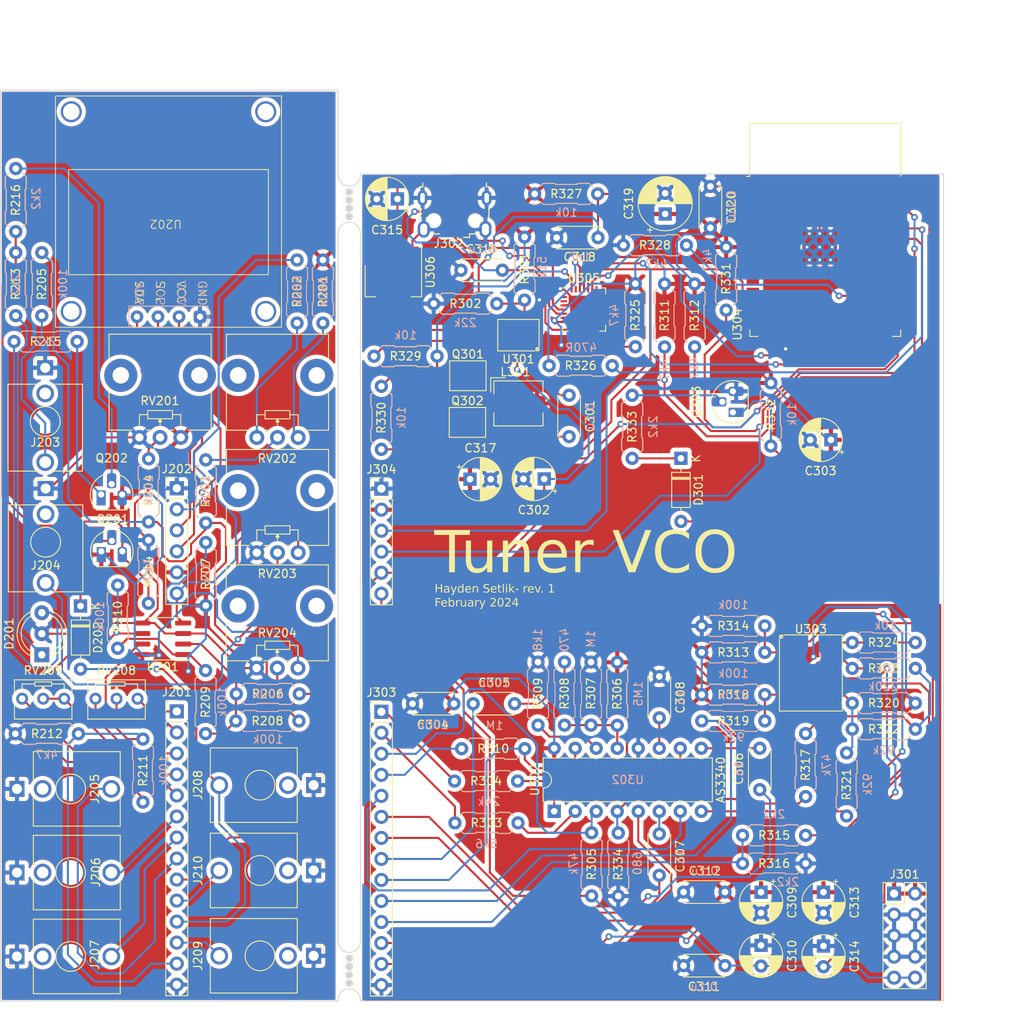
<source format=kicad_pcb>
(kicad_pcb (version 20221018) (generator pcbnew)
  (layers (0 "F.Cu" signal) (31 "B.Cu" signal) (34 "B.Paste" user) (35 "F.Paste" user) (36 "B.SilkS" user "B.Silkscreen") (37 "F.SilkS" user "F.Silkscreen") (38 "B.Mask" user) (39 "F.Mask" user) (44 "Edge.Cuts" user))
  (net 0 "")
  (net 1 "Net-(U301-CB)")
  (net 2 "Net-(U301-SW)")
  (net 3 "FM")
  (net 4 "Net-(C305-Pad2)")
  (net 5 "HS")
  (net 6 "Net-(U302-HSync)")
  (net 7 "SS")
  (net 8 "Net-(U302-SSync)")
  (net 9 "Net-(U302-TCAP)")
  (net 10 "VBUS")
  (net 11 "EN")
  (net 12 "Net-(D201-A1)")
  (net 13 "Net-(D201-A2)")
  (net 14 "Net-(D202-K)")
  (net 15 "PULSE_OUT")
  (net 16 "Net-(D301-K)")
  (net 17 "PULSE_HI")
  (net 18 "T1A")
  (net 19 "T1B")
  (net 20 "T1C")
  (net 21 "T2B")
  (net 22 "T2C")
  (net 23 "PITCH_CV")
  (net 24 "TRI_OUT")
  (net 25 "SAW_OUT")
  (net 26 "PWM_CV")
  (net 27 "SDA")
  (net 28 "SCL")
  (net 29 "MODE")
  (net 30 "Net-(J203-PadT)")
  (net 32 "Net-(J204-PadT)")
  (net 40 "Net-(J302-D-)")
  (net 41 "Net-(J302-D+)")
  (net 43 "Net-(Q201-E)")
  (net 44 "Net-(Q202-C)")
  (net 45 "Net-(Q202-B)")
  (net 46 "RTS")
  (net 47 "Net-(Q301-B)")
  (net 48 "DTR")
  (net 49 "Net-(Q302-B)")
  (net 50 "IO0")
  (net 51 "Net-(Q303-C)")
  (net 52 "Net-(Q303-B)")
  (net 53 "Net-(R201-Pad2)")
  (net 54 "Net-(R202-Pad1)")
  (net 55 "Net-(R203-Pad1)")
  (net 56 "Net-(R204-Pad1)")
  (net 57 "Net-(R206-Pad1)")
  (net 58 "Net-(U201A--)")
  (net 59 "Net-(R207-Pad1)")
  (net 60 "Net-(R208-Pad1)")
  (net 61 "Net-(R209-Pad2)")
  (net 62 "Net-(U201B--)")
  (net 63 "Net-(U301-FB)")
  (net 64 "Net-(U302-SCALE2)")
  (net 65 "Net-(U302-SCALE1)")
  (net 66 "Net-(U302-LinFM)")
  (net 67 "Net-(U302-Scale)")
  (net 68 "Net-(U303A--)")
  (net 69 "Net-(U302-TRI)")
  (net 70 "Net-(U303B--)")
  (net 71 "Net-(U303C--)")
  (net 72 "Net-(U302-SAW)")
  (net 73 "Net-(R322-Pad2)")
  (net 74 "Net-(U303D--)")
  (net 75 "Net-(U305-~{RST})")
  (net 76 "Net-(U305-TXD)")
  (net 77 "RXD0")
  (net 78 "Net-(U304-IO2)")
  (net 79 "Net-(U302-PULSE)")
  (net 97 "CTS")
  (net 104 "TXD0")
  (net 121 "PULSE_OUT_T")
  (net 122 "T1A_T")
  (net 123 "T1B_T")
  (net 124 "T1C_T")
  (net 125 "T2B_T")
  (net 126 "T2C_T")
  (net 127 "HS_T")
  (net 128 "SS_T")
  (net 129 "FM_T")
  (net 130 "PITCH_CV_T")
  (net 131 "TRI_OUT_T")
  (net 132 "SAW_OUT_T")
  (net 133 "PWM_CV_T")
  (net 134 "SDA_T")
  (net 135 "SCL_T")
  (net 136 "+12VA")
  (net 137 "GNDA")
  (net 138 "+3.3VA")
  (net 139 "-12VA")
  (net 140 "+12V")
  (net 141 "GND")
  (net 142 "+3.3V")
  (net 143 "-12V")
  (footprint "PCM_Resistor_THT_AKL:R_Axial_DIN0207_L6.3mm_D2.5mm_P7.62mm_Horizontal" (layer "F.Cu") (at 64.9528 -40.9498 -90)
    (fp_text reference "R309")
    (fp_text value "1k8")
  )
  (footprint "Diode_THT:D_DO-35_SOD27_P7.62mm_Horizontal" (layer "F.Cu") (at 9.6774 -47.7266 -90)
    (fp_text reference "D202")
    (fp_text value "1N914")
  )
  (footprint "PCM_Resistor_THT_AKL:R_Axial_DIN0207_L6.3mm_D2.5mm_P7.62mm_Horizontal" (layer "F.Cu") (at 71.3536 -40.9498 -90)
    (fp_text reference "R307")
    (fp_text value "470")
  )
  (footprint "PCM_Package_SO_AKL:SOIC-14_3.9x8.7mm_P1.27mm" (layer "F.Cu") (at 97.922 -39.629)
    (fp_text reference "U303")
    (fp_text value "TL074" hide)
  )
  (footprint "PCM_Package_TO_SOT_THT_AKL:TO-92_HandSolder" (layer "F.Cu") (at 88.4986 -71.125 90)
    (fp_text reference "Q303")
    (fp_text value "BC547" hide)
  )
  (footprint "PCM_Resistor_THT_AKL:R_Axial_DIN0207_L6.3mm_D2.5mm_P7.62mm_Horizontal" (layer "F.Cu") (at 24.8158 -55.3974 -90)
    (fp_text reference "R207")
    (fp_text value "12k")
  )
  (footprint "Capacitor_THT:CP_Radial_D6.3mm_P2.50mm" (layer "F.Cu") (at 80.3198 -95.088621 90)
    (fp_text reference "C319")
    (fp_text value "100uF")
  )
  (footprint "PCM_Resistor_THT_AKL:R_Axial_DIN0207_L6.3mm_D2.5mm_P7.62mm_Horizontal" (layer "F.Cu") (at 54.869 -26.5734)
    (fp_text reference "R304")
    (fp_text value "24k")
  )
  (footprint "PCM_Resistor_THT_AKL:R_Axial_DIN0207_L6.3mm_D2.5mm_P7.62mm_Horizontal" (layer "F.Cu") (at 84.7394 -37.0128)
    (fp_text reference "R318")
    (fp_text value "220k")
  )
  (footprint "PCM_Resistor_THT_AKL:R_Axial_DIN0207_L6.3mm_D2.5mm_P7.62mm_Horizontal" (layer "F.Cu") (at 1.8542 -100.584 -90)
    (fp_text reference "R216")
    (fp_text value "2k2")
  )
  (footprint "PCM_Resistor_THT_AKL:R_Axial_DIN0207_L6.3mm_D2.5mm_P7.62mm_Horizontal" (layer "F.Cu") (at 52.7608 -77.9068 180)
    (fp_text reference "R329")
    (fp_text value "10k")
  )
  (footprint "PCM_Resistor_THT_AKL:R_Axial_DIN0207_L6.3mm_D2.5mm_P7.62mm_Horizontal" (layer "F.Cu") (at 110.5458 -35.9968 180)
    (fp_text reference "R320")
    (fp_text value "220k")
  )
  (footprint "Capacitor_THT:CP_Radial_D5.0mm_P2.50mm" (layer "F.Cu") (at 99.446 -6.6452 -90)
    (fp_text reference "C314")
    (fp_text value "10uF")
  )
  (footprint "PCM_Resistor_THT_AKL:R_Axial_DIN0207_L6.3mm_D2.5mm_P7.62mm_Horizontal" (layer "F.Cu") (at 54.9198 -21.5188)
    (fp_text reference "R303")
    (fp_text value "5k6")
  )
  (footprint "PCM_Resistor_THT_AKL:R_Axial_DIN0207_L6.3mm_D2.5mm_P7.62mm_Horizontal" (layer "F.Cu") (at 9.271 -79.6798 180)
    (fp_text reference "R215")
    (fp_text value "2k2")
  )
  (footprint "PCM_Resistor_THT_AKL:R_Axial_DIN0207_L6.3mm_D2.5mm_P7.62mm_Horizontal" (layer "F.Cu") (at 17.907 -65.5066 -90)
    (fp_text reference "R204")
    (fp_text value "100k")
  )
  (footprint "Display:SSD1306_OLED_128x64" (layer "F.Cu") (at 33.9598 -81.407 180)
    (fp_text reference "U202")
    (fp_text value "~")
  )
  (footprint "PCM_Resistor_THT_AKL:R_Axial_DIN0207_L6.3mm_D2.5mm_P7.62mm_Horizontal" (layer "F.Cu") (at 97.287 -20.0202 180)
    (fp_text reference "R315")
    (fp_text value "2k2")
  )
  (footprint "Capacitor_THT:C_Disc_D4.7mm_W2.5mm_P5.00mm" (layer "F.Cu") (at 91.7498 -25.5358 90)
    (fp_text reference "C306")
    (fp_text value "1n" hide)
  )
  (footprint "Connector_PinHeader_2.54mm:PinHeader_1x06_P2.54mm_Vertical" (layer "F.Cu") (at 46.0298 -61.9048)
    (fp_text reference "J304")
    (fp_text value "UpperConn")
  )
  (footprint "Connector_Audio:Jack_3.5mm_QingPu_WQP-PJ398SM_Vertical_CircularHoles" (layer "F.Cu") (at 2 -15.5194 90)
    (fp_text reference "J206")
    (fp_text value "HARD SYNC")
  )
  (footprint "PCM_Resistor_THT_AKL:R_Axial_DIN0207_L6.3mm_D2.5mm_P7.62mm_Horizontal" (layer "F.Cu") (at 74.5286 -33.3044 90)
    (fp_text reference "R306")
    (fp_text value "1M5")
  )
  (footprint "Package_TO_SOT_SMD:SOT-223-3_TabPin2" (layer "F.Cu") (at 47.4776 -87 -90)
    (fp_text reference "U306")
    (fp_text value "AMS1117")
  )
  (footprint "PCM_Resistor_THT_AKL:R_Axial_DIN0207_L6.3mm_D2.5mm_P7.62mm_Horizontal" (layer "F.Cu") (at 76.713 -86.6698 -90)
    (fp_text reference "R325")
    (fp_text value "4k7")
  )
  (footprint "PCM_Resistor_THT_AKL:R_Axial_DIN0207_L6.3mm_D2.5mm_P7.62mm_Horizontal" (layer "F.Cu") (at 38.9636 -89.535 -90)
    (fp_text reference "R201")
    (fp_text value "680k")
  )
  (footprint "PCM_Resistor_THT_AKL:R_Axial_DIN0207_L6.3mm_D2.5mm_P7.62mm_Horizontal" (layer "F.Cu") (at 35.8394 -81.915 90)
    (fp_text reference "R202")
    (fp_text value "680k")
  )
  (footprint "PCM_Resistor_THT_AKL:R_Axial_DIN0207_L6.3mm_D2.5mm_P7.62mm_Horizontal" (layer "F.Cu") (at 5.0038 -82.804 90)
    (fp_text reference "R205")
    (fp_text value "100k")
  )
  (footprint "PCM_Package_TO_SOT_THT_AKL:TO-92_HandSolder" (layer "F.Cu") (at 12.1666 -61.1886)
    (fp_text reference "Q202")
    (fp_text value "BC556" hide)
  )
  (footprint "Capacitor_THT:CP_Radial_D5.0mm_P2.50mm" (layer "F.Cu") (at 100.346312 -67.7976 180)
    (fp_text reference "C303")
    (fp_text value "10uF")
  )
  (footprint "Capacitor_THT:CP_Radial_D5.0mm_P2.50mm" (layer "F.Cu") (at 47.971512 -96.906 180)
    (fp_text reference "C315")
    (fp_text value "10uF")
  )
  (footprint "Connector_PinHeader_2.54mm:PinHeader_2x05_P2.54mm_Vertical" (layer "F.Cu") (at 107.9754 -12.9794)
    (fp_text reference "J301")
    (fp_text value "Conn_02x05_Odd_Even")
  )
  (footprint "Capacitor_THT:C_Disc_D4.7mm_W2.5mm_P5.00mm" (layer "F.Cu") (at 57.1188 -35.9206)
    (fp_text reference "C305")
    (fp_text value "100n" hide)
  )
  (footprint "PCM_Resistor_THT_AKL:R_Axial_DIN0207_L6.3mm_D2.5mm_P7.62mm_Horizontal" (layer "F.Cu") (at 92.3594 -45.3186 180)
    (fp_text reference "R314")
    (fp_text value "100k")
  )
  (footprint "Capacitor_THT:CP_Radial_D5.0mm_P2.50mm" (layer "F.Cu") (at 91.9022 -13.148112 -90)
    (fp_text reference "C309")
    (fp_text value "33uF")
  )
  (footprint "Capacitor_THT:C_Disc_D4.7mm_W2.5mm_P5.00mm" (layer "F.Cu") (at 68.712 -73.1932 -90)
    (fp_text reference "C301")
    (fp_text value "0.1u" hide)
  )
  (footprint "PCM_Resistor_THT_AKL:R_Axial_DIN0207_L6.3mm_D2.5mm_P7.62mm_Horizontal" (layer "F.Cu") (at 64.5464 -97.5156)
    (fp_text reference "R327")
    (fp_text value "10k")
  )
  (footprint "PCM_Resistor_THT_AKL:R_Axial_DIN0207_L6.3mm_D2.5mm_P7.62mm_Horizontal" (layer "F.Cu") (at 93.089 -67.051 90)
    (fp_text reference "R332")
    (fp_text value "10k")
  )
  (footprint "PCM_Resistor_THT_AKL:R_Axial_DIN0207_L6.3mm_D2.5mm_P7.62mm_Horizontal" (layer "F.Cu") (at 66.299 -76.7638)
    (fp_text reference "R326")
    (fp_text value "470R")
  )
  (footprint "PCM_Resistor_THT_AKL:R_Axial_DIN0207_L6.3mm_D2.5mm_P7.62mm_Horizontal" (layer "F.Cu") (at 14.1732 -42.6212 90)
    (fp_text reference "R210")
    (fp_text value "100k")
  )
  (footprint "Connector_Audio:Jack_3.5mm_QingPu_WQP-PJ398SM_Vertical_CircularHoles" (layer "F.Cu") (at 37.8414 -5.461 -90)
    (fp_text reference "J209")
    (fp_text value "Saw")
  )
  (footprint "PCM_Potentiometer_THT_AKL:Potentiometer_Alps_RK09L_Single_Vertical" (layer "F.Cu") (at 35.9772 -68.0874 90)
    (fp_text reference "RV202")
    (fp_text value "10k Fine" hide)
  )
  (footprint "Capacitor_THT:C_Disc_D4.7mm_W2.5mm_P5.00mm" (layer "F.Cu") (at 55.6456 -88.2954)
    (fp_text reference "C316")
    (fp_text value "0.1u" hide)
  )
  (footprint "PCM_Resistor_THT_AKL:R_Axial_DIN0207_L6.3mm_D2.5mm_P7.62mm_Horizontal" (layer "F.Cu") (at 63.3272 -92.3086 -90)
    (fp_text reference "R301")
    (fp_text value "51k")
  )
  (footprint "Inductor_SMD:L_Bourns_SRP5030T" (layer "F.Cu") (at 62.5906 -72.2017)
    (fp_text reference "L301")
    (fp_text value "4.7uH")
  )
  (footprint "PCM_Resistor_THT_AKL:R_Axial_DIN0207_L6.3mm_D2.5mm_P7.62mm_Horizontal" (layer "F.Cu") (at 1.8034 -32.2834)
    (fp_text reference "R212")
    (fp_text value "4k7")
  )
  (footprint "PCM_Resistor_THT_AKL:R_Axial_DIN0207_L6.3mm_D2.5mm_P7.62mm_Horizontal" (layer "F.Cu") (at 1.8542 -90.424 -90)
    (fp_text reference "R213")
    (fp_text value "2k2")
  )
  (footprint "Capacitor_THT:CP_Radial_D5.0mm_P2.50mm" (layer "F.Cu") (at 65.700713 -63.0732 180)
    (fp_text reference "C302")
    (fp_text value "10uF")
  )
  (footprint "Package_DIP:DIP-16_W7.62mm" (layer "F.Cu") (at 66.9086 -22.9158 90)
    (fp_text reference "U302")
    (fp_text value "AS3340")
  )
  (footprint "PCM_Resistor_THT_AKL:R_Axial_DIN0207_L6.3mm_D2.5mm_P7.62mm_Horizontal" (layer "F.Cu") (at 68.1532 -33.3298 90)
    (fp_text reference "R308")
    (fp_text value "1M")
  )
  (footprint "Connector_PinHeader_2.54mm:PinHeader_1x06_P2.54mm_Vertical" (layer "F.Cu") (at 21.3106 -61.9506)
    (fp_text reference "J202")
    (fp_text value "UpperConn")
  )
  (footprint "PCM_Resistor_THT_AKL:R_Axial_DIN0207_L6.3mm_D2.5mm_P7.62mm_Horizontal" (layer "F.Cu") (at 82.8852 -91.318 180)
    (fp_text reference "R328")
    (fp_text value "4k7")
  )
  (footprint "PCM_Resistor_THT_AKL:R_Axial_DIN0207_L6.3mm_D2.5mm_P7.62mm_Horizontal" (layer "F.Cu") (at 17.8816 -48.0568 90)
    (fp_text reference "R214")
    (fp_text value "4k7")
  )
  (footprint "Connector_Audio:Jack_3.5mm_QingPu_WQP-PJ398SM_Vertical_CircularHoles" (layer "F.Cu") (at 37.8414 -15.7734 -90)
    (fp_text reference "J210")
    (fp_text value "Triangle")
  )
  (footprint "PCM_Resistor_THT_AKL:R_Axial_DIN0207_L6.3mm_D2.5mm_P7.62mm_Horizontal" (layer "F.Cu") (at 110.5458 -43.312 180)
    (fp_text reference "R324")
    (fp_text value "10k")
  )
  (footprint "PCM_Package_TO_SOT_THT_AKL:TO-92_HandSolder" (layer "F.Cu") (at 12.192 -54.3306)
    (fp_text reference "Q201")
    (fp_text value "BC547" hide)
  )
  (footprint "PCM_Resistor_THT_AKL:R_Axial_DIN0207_L6.3mm_D2.5mm_P7.62mm_Horizontal" (layer "F.Cu") (at 24.7904 -32.3088 90)
    (fp_text reference "R209")
    (fp_text value "100k")
  )
  (footprint "Connector_USB:USB_Micro-B_Wuerth_629105150521" (layer "F.Cu") (at 54.874 -95.0842 180)
    (fp_text reference "J302")
    (fp_text value "USB_B_Micro")
  )
  (footprint "PCM_Resistor_THT_AKL:R_Axial_DIN0207_L6.3mm_D2.5mm_P7.62mm_Horizontal" (layer "F.Cu") (at 92.3594 -33.8378 180)
    (fp_text reference "R319")
    (fp_text value "92k")
  )
  (footprint "RF_Module:ESP32-WROOM-32" (layer "F.Cu") (at 99.6622 -90.18)
    (fp_text reference "U304")
    (fp_text value "ESP32-WROOM-32")
  )
  (footprint "Connector_Audio:Jack_3.5mm_QingPu_WQP-PJ398SM_Vertical_CircularHoles" (layer "F.Cu") (at 37.8414 -26.0858 -90)
    (fp_text reference "J208")
    (fp_text value "Pulse")
  )
  (footprint "Capacitor_THT:C_Disc_D4.7mm_W2.5mm_P5.00mm" (layer "F.Cu") (at 79.6086 -15.1834 90)
    (fp_text reference "C307")
    (fp_text value "1n" hide)
  )
  (footprint "PCM_Resistor_THT_AKL:R_Axial_DIN0207_L6.3mm_D2.5mm_P7.62mm_Horizontal" (layer "F.Cu") (at 110.5458 -40.1878 180)
    (fp_text reference "R323")
    (fp_text value "10k")
  )
  (footprint "PCM_Resistor_THT_AKL:R_Axial_DIN0207_L6.3mm_D2.5mm_P7.62mm_Horizontal" (layer "F.Cu") (at 87.6858 -83.4694 90)
    (fp_text reference "R331")
    (fp_text value "4k7")
  )
  (footprint "Capacitor_THT:CP_Radial_D5.0mm_P2.50mm" (layer "F.Cu") (at 99.446 -13.148112 -90)
    (fp_text reference "C313")
    (fp_text value "10uF")
  )
  (footprint "PCM_Package_TO_SOT_SMD_AKL:TSOT-23" (layer "F.Cu") (at 56.4292 -69.9102)
    (fp_text reference "Q302")
    (fp_text value "S8050" hide)
  )
  (footprint "PCM_Package_TO_SOT_SMD_AKL:TSOT-23" (layer "F.Cu") (at 56.48 -75.5446)
    (fp_text reference "Q301")
    (fp_text value "S8050" hide)
  )
  (footprint "LED_THT:LED_D5.0mm-3" (layer "F.Cu") (at 5.0038 -41.8338 90)
    (fp_text reference "D201")
    (fp_text value "LED_Dual_AKA")
  )
  (footprint "PCM_Resistor_THT_AKL:R_Axial_DIN0207_L6.3mm_D2.5mm_P7.62mm_Horizontal" (layer "F.Cu") (at 24.8158 -65.3796 -90)
    (fp_text reference "R203")
    (fp_text value "100k")
  )
  (footprint "Capacitor_THT:C_Disc_D4.7mm_W2.5mm_P5.00mm" (layer "F.Cu") (at 79.6086 -39.208 -90)
    (fp_text reference "C308")
    (fp_text value "1n" hide)
  )
  (footprint "PCM_Potentiometer_THT_AKL:Potentiometer_Bourns_3266Y_Vertical" (layer "F.Cu") (at 7.7066 -36.524)
    (fp_text reference "RV209")
    (fp_text value "20k Trim2" hide)
  )
  (footprint "Diode_THT:D_DO-35_SOD27_P7.62mm_Horizontal" (layer "F.Cu") (at 82.2248 -65.5624 -90)
    (fp_text reference "D301")
    (fp_text value "1N914")
  )
  (footprint "PCM_Resistor_THT_AKL:R_Axial_DIN0207_L6.3mm_D2.5mm_P7.62mm_Horizontal" (layer "F.Cu") (at 102.24 -22.357 90)
    (fp_text reference "R321")
    (fp_text value "92k")
  )
  (footprint "PCM_Potentiometer_THT_AKL:Potentiometer_Bourns_3266Y_Vertical" (layer "F.Cu") (at 16.5712 -36.524)
    (fp_text reference "RV208")
    (fp_text value "10k Trim1" hide)
  )
  (footprint "PCM_Resistor_THT_AKL:R_Axial_DIN0207_L6.3mm_D2.5mm_P7.62mm_Horizontal" (layer "F.Cu") (at 84.7394 -42.1182)
    (fp_text reference "R313")
    (fp_text value "100k")
  )
  (footprint "Package_DFN_QFN:QFN-28-1EP_5x5mm_P0.5mm_EP3.35x3.35mm" (layer "F.Cu") (at 70.5154 -83.5456)
    (fp_text reference "U305")
    (fp_text value "CP2102N-Axx-xQFN28")
  )
  (footprint "PCM_Resistor_THT_AKL:R_Axial_DIN0207_L6.3mm_D2.5mm_P7.62mm_Horizontal" (layer "F.Cu") (at 17.2212 -24.0284 90)
    (fp_text reference "R211")
    (fp_text value "100k")
  )
  (footprint "Capacitor_THT:CP_Radial_D5.0mm_P2.50mm" (layer "F.Cu") (at 56.737288 -63.0478)
    (fp_text reference "C317")
    (fp_text value "10uF")
  )
  (footprint "PCM_Package_TO_SOT_SMD_AKL:SOT-23-6_BigPads" (layer "F.Cu") (at 62.5906 -80.4468 180)
    (fp_text reference "U301")
    (fp_text value "LMR50410" hide)
  )
  (footprint "PCM_Resistor_THT_AKL:R_Axial_DIN0207_L6.3mm_D2.5mm_P7.62mm_Horizontal" (layer "F.Cu") (at 89.667 -16.6166)
    (fp_text reference "R316")
    (fp_text value "2k2")
  )
  (footprint "Capacitor_THT:C_Disc_D4.7mm_W2.5mm_P5.00mm" (layer "F.Cu") (at 54.7928 -35.9206 180)
    (fp_text reference "C304")
    (fp_text value "100n" hide)
  )
  (footprint "PCM_Potentiometer_THT_AKL:Potentiometer_Alps_RK09L_Single_Vertical" (layer "F.Cu") (at 35.9772 -54.1682 90)
    (fp_text reference "RV203")
    (fp_text value "10k PWM Depth" hide)
  )
  (footprint "PCM_Resistor_THT_AKL:R_Axial_DIN0207_L6.3mm_D2.5mm_P7.62mm_Horizontal" (layer "F.Cu") (at 102.9258 -32.8472)
    (fp_text reference "R322")
    (fp_text value "92k")
  )
  (footprint "Connector_Audio:Jack_3.5mm_QingPu_WQP-PJ398SM_Vertical_CircularHoles" (layer "F.Cu") (at 5.461 -61.9206)
    (fp_text reference "J204")
    (fp_text value "PWM")
  )
  (footprint "PCM_Resistor_THT_AKL:R_Axial_DIN0207_L6.3mm_D2.5mm_P7.62mm_Horizontal" (layer "F.Cu") (at 97.287 -24.6938 90)
    (fp_text reference "R317")
    (fp_text value "47k")
  )
  (footprint "PCM_Resistor_THT_AKL:R_Axial_DIN0207_L6.3mm_D2.5mm_P7.62mm_Horizontal" (layer "F.Cu") (at 80.2436 -79.0244 90)
    (fp_text reference "R311")
    (fp_text value "4k7")
  )
  (footprint "Capacitor_THT:C_Disc_D4.7mm_W2.5mm_P5.00mm" (layer "F.Cu") (at 82.5442 -13.1622)
    (fp_text reference "C312")
    (fp_text value "0.1u" hide)
  )
  (footprint "PCM_Resistor_THT_AKL:R_Axial_DIN0207_L6.3mm_D2.5mm_P7.62mm_Horizontal" (layer "F.Cu") (at 46.0298 -74.2746 -90)
    (fp_text reference "R330")
    (fp_text value "10k")
  )
  (footprint "PCM_Resistor_THT_AKL:R_Axial_DIN0207_L6.3mm_D2.5mm_P7.62mm_Horizontal" (layer "F.Cu") (at 63.3526 -30.485 180)
    (fp_text reference "R310")
    (fp_text value "1M")
  )
  (footprint "PCM_Resistor_THT_AKL:R_Axial_DIN0207_L6.3mm_D2.5mm_P7.62mm_Horizontal" (layer "F.Cu") (at 36.068 -33.8328 180)
    (fp_text reference "R208")
    (fp_text value "100k")
  )
  (footprint "Connector_PinHeader_2.54mm:PinHeader_1x14_P2.54mm_Vertical" (layer "F.Cu") (at 46.0298 -34.9454)
    (fp_text reference "J303")
    (fp_text value "LowerConn")
  )
  (footprint "PCM_Resistor_THT_AKL:R_Axial_DIN0207_L6.3mm_D2.5mm_P7.62mm_Horizontal" (layer "F.Cu") (at 71.4298 -12.705 90)
    (fp_text reference "R305")
    (fp_text value "680")
  )
  (footprint "PCM_Resistor_THT_AKL:R_Axial_DIN0207_L6.3mm_D2.5mm_P7.62mm_Horizontal" (layer "F.Cu") (at 74.6556 -20.2996 -90)
    (fp_text reference "R334")
    (fp_text value "47k")
  )
  (footprint "PCM_Resistor_THT_AKL:R_Axial_DIN0207_L6.3mm_D2.5mm_P7.62mm_Horizontal" (layer "F.Cu") (at 83.8758 -79.0244 90)
    (fp_text reference "R312")
    (fp_text value "4k7")
  )
  (footprint "Package_SO:SOIC-8_3.9x4.9mm_P1.27mm" (layer "F.Cu") (at 19.6088 -43.7642 180)
    (fp_text reference "U201")
    (fp_text value "TL072")
  )
  (footprint "Connector_Audio:Jack_3.5mm_QingPu_WQP-PJ398SM_Vertical_CircularHoles" (layer "F.Cu") (at 2 -5.3848 90)
    (fp_text reference "J207")
    (fp_text value "SOFT SYNC")
  )
  (footprint "PCM_Resistor_THT_AKL:R_Axial_DIN0207_L6.3mm_D2.5mm_P7.62mm_Horizontal" (layer "F.Cu") (at 59.9744 -84.2568 180)
    (fp_text reference "R302")
    (fp_text value "22k")
  )
  (footprint "Capacitor_THT:C_Disc_D4.7mm_W2.5mm_P5.00mm" (layer "F.Cu") (at 87.5442 -4.2722 180)
    (fp_text reference "C311")
    (fp_text value "0.1u" hide)
  )
  (footprint "Capacitor_THT:CP_Radial_D5.0mm_P2.50mm" (layer "F.Cu") (at 91.9022 -6.721912 -90)
    (fp_text reference "C310")
    (fp_text value "33uF")
  )
  (footprint "PCM_Potentiometer_THT_AKL:Potentiometer_Alps_RK09L_Single_Vertical" (layer "F.Cu") (at 35.952 -40.2266 90)
    (fp_text reference "RV204")
    (fp_text value "10k Pulse Width" hide)
  )
  (footprint "Connector_PinHeader_2.54mm:PinHeader_1x14_P2.54mm_Vertical" (layer "F.Cu") (at 21.3106 -34.9912)
    (fp_text reference "J201")
    (fp_text value "LowerConn")
  )
  (footprint "Connector_Audio:Jack_3.5mm_QingPu_WQP-PJ398SM_Vertical_CircularHoles" (layer "F.Cu") (at 5.4102 -76.5048)
    (fp_text reference "J203")
    (fp_text value "1V/OCT")
  )
  (footprint "PCM_Resistor_THT_AKL:R_Axial_DIN0207_L6.3mm_D2.5mm_P7.62mm_Horizontal" (layer "F.Cu") (at 76.332 -65.5624 90)
    (fp_text reference "R333")
    (fp_text value "2k2")
  )
  (footprint "Capacitor_THT:C_Disc_D4.7mm_W2.5mm_P5.00mm" (layer "F.Cu") (at 67.2026 -92.2324)
    (fp_text reference "C318")
    (fp_text value "1nF" hide)
  )
  (footprint "Connector_Audio:Jack_3.5mm_QingPu_WQP-PJ398SM_Vertical_CircularHoles" (layer "F.Cu") (at 2 -25.6286 90)
    (fp_text reference "J205")
    (fp_text value "FM_T")
  )
  (footprint "PCM_Resistor_THT_AKL:R_Axial_DIN0207_L6.3mm_D2.5mm_P7.62mm_Horizontal" (layer "F.Cu") (at 36.1188 -37.1094 180)
    (fp_text reference "R206")
    (fp_text value "100k")
  )
  (footprint "Capacitor_THT:C_Disc_D4.7mm_W2.5mm_P5.00mm" (layer "F.Cu") (at 85.7808 -98.4154 -90)
    (fp_text reference "C320")
    (fp_text value "0.1uF" hide)
  )
  (footprint "PCM_Potentiometer_THT_AKL:Potentiometer_Alps_RK09L_Single_Vertical" (layer "F.Cu") (at 21.7932 -68.0974 90)
    (fp_text reference "RV201")
    (fp_text value "10k Coarse" hide)
  )
  (gr_circle (center 42.1386 -95.766468) (end 42.5386 -95.766468) (stroke (width 0.1)) (fill solid) (layer "Edge.Cuts"))
  (gr_circle (center 42.1386 -2.159) (end 42.5386 -2.159) (stroke (width 0.1)) (fill solid) (layer "Edge.Cuts"))
  (gr_arc (start 40.8 -92.7316) (mid 42.15 -94.0816) (end 43.5 -92.7316) (stroke (width 0.1)) (layer "Edge.Cuts"))
  (gr_line (start 43.815 -99.9236) (end 43.5 -99.9236) (stroke (width 0.1)) (layer "Edge.Cuts"))
  (gr_circle (center 42.1386 -96.765534) (end 42.5386 -96.765534) (stroke (width 0.1)) (fill solid) (layer "Edge.Cuts"))
  (gr_line (start 43.5 -0.1232) (end 43.5 0) (stroke (width 0.1)) (layer "Edge.Cuts"))
  (gr_line (start 43.815 -99.9236) (end 113.9444 -99.9236) (stroke (width 0.1)) (layer "Edge.Cuts"))
  (gr_line (start 43.5 -99.8258) (end 43.5 -99.9236) (stroke (width 0.1)) (layer "Edge.Cuts"))
  (gr_line (start 40.8 -99.8258) (end 40.8 -110.0582) (stroke (width 0.1)) (layer "Edge.Cuts"))
  (gr_line (start 40.8 -110.0582) (end 0 -110.0582) (stroke (width 0.1)) (layer "Edge.Cuts"))
  (gr_line (start 0 0) (end 0 -110.0074) (stroke (width 0.1)) (layer "Edge.Cuts"))
  (gr_arc (start 40.8 -0.1232) (mid 42.15 -1.4732) (end 43.5 -0.1232) (stroke (width 0.1)) (layer "Edge.Cuts"))
  (gr_line (start 0 0) (end 40.7924 0) (stroke (width 0.1)) (layer "Edge.Cuts"))
  (gr_circle (center 42.1386 -5.1562) (end 42.5386 -5.1562) (stroke (width 0.1)) (fill solid) (layer "Edge.Cuts"))
  (gr_line (start 43.5 -92.7316) (end 43.5 -7.2174) (stroke (width 0.1)) (layer "Edge.Cuts"))
  (gr_circle (center 42.1386 -97.7646) (end 42.5386 -97.7646) (stroke (width 0.1)) (fill solid) (layer "Edge.Cuts"))
  (gr_circle (center 42.1386 -3.158068) (end 42.5386 -3.158068) (stroke (width 0.1)) (fill solid) (layer "Edge.Cuts"))
  (gr_line (start 40.8 -0.1232) (end 40.8 0) (stroke (width 0.1)) (layer "Edge.Cuts"))
  (gr_line (start 113.9444 0) (end 113.9444 -99.9236) (stroke (width 0.1)) (layer "Edge.Cuts"))
  (gr_line (start 0 -110.0074) (end 0 -110.0582) (stroke (width 0.1)) (layer "Edge.Cuts"))
  (gr_line (start 40.8 -7.2174) (end 40.8 -92.7316) (stroke (width 0.1)) (layer "Edge.Cuts"))
  (gr_arc (start 43.5 -99.8258) (mid 42.15 -98.4758) (end 40.8 -99.8258) (stroke (width 0.1)) (layer "Edge.Cuts"))
  (gr_circle (center 42.1386 -94.7674) (end 42.5386 -94.7674) (stroke (width 0.1)) (fill solid) (layer "Edge.Cuts"))
  (gr_line (start 43.5 0) (end 113.9444 0) (stroke (width 0.1)) (layer "Edge.Cuts"))
  (gr_circle (center 42.1386 -4.157134) (end 42.5386 -4.157134) (stroke (width 0.1)) (fill solid) (layer "Edge.Cuts"))
  (gr_arc (start 43.5 -7.2174) (mid 42.15 -5.8674) (end 40.8 -7.2174) (stroke (width 0.1)) (layer "Edge.Cuts"))
  (gr_text "Hayden Setlik- rev. 1\nFebruary 2024" (at 52.451 -47.498) (layer "F.SilkS") (effects (font (size 1 1)) (justify left bottom)))
  (gr_text "Tuner VCO" (at 52.4256 -50.9524) (layer "F.SilkS") (effects (font (size 5 5)) (justify left bottom)))
  (segment (start 63.9368 -76.83703) (end 63.9368 -79.493) (width 0.25) (layer "F.Cu") (net 1))
  (segment (start 63.9368 -79.493) (end 63.9406 -79.4968) (width 0.25) (layer "F.Cu") (net 1))
  (segment (start 67.58063 -73.1932) (end 63.9368 -76.83703) (width 0.25) (layer "F.Cu") (net 1))
  (segment (start 68.712 -73.1932) (end 67.58063 -73.1932) (width 0.25) (layer "F.Cu") (net 1))
  (segment (start 61.0313 -72.2017) (end 60.3406 -72.2017) (width 0.25) (layer "F.Cu") (net 2))
  (segment (start 65.0398 -68.1932) (end 61.0313 -72.2017) (width 0.25) (layer "F.Cu") (net 2))
  (segment (start 60.3406 -72.2017) (end 60.3406 -78.5968) (width 0.25) (layer "F.Cu") (net 2))
  (segment (start 60.3406 -78.5968) (end 61.2406 -79.4968) (width 0.25) (layer "F.Cu") (net 2))
  (segment (start 68.712 -68.1932) (end 65.0398 -68.1932) (width 0.25) (layer "F.Cu") (net 2))
  (segment (start 53.3096 -17.1654) (end 46.0298 -17.1654) (width 0.25) (layer "B.Cu") (net 3))
  (segment (start 57.1188 -20.9746) (end 53.3096 -17.1654) (width 0.25) (layer "B.Cu") (net 3))
  (segment (start 57.1188 -35.9206) (end 57.1188 -20.9746) (width 0.25) (layer "B.Cu") (net 3))
  (segment (start 65.1306 -35.9206) (end 68.1532 -38.9432) (width 0.25) (layer "F.Cu") (net 4))
  (segment (start 68.1532 -40.9498) (end 68.1532 -38.9432) (width 0.25) (layer "F.Cu") (net 4))
  (segment (start 62.1188 -35.9206) (end 65.1306 -35.9206) (width 0.25) (layer "F.Cu") (net 4))
  (segment (start 51.778804 -22.2454) (end 63.351204 -10.673) (width 0.25) (layer "F.Cu") (net 5))
  (segment (start 46.0298 -22.2454) (end 51.778804 -22.2454) (width 0.25) (layer "F.Cu") (net 5))
  (segment (start 76.2812 -10.673) (end 78.2624 -12.6542) (width 0.25) (layer "F.Cu") (net 5))
  (segment (start 75.9764 -10.673) (end 76.2812 -10.673) (width 0.25) (layer "F.Cu") (net 5))
  (segment (start 63.351204 -10.673) (end 75.9764 -10.673) (width 0.25) (layer "F.Cu") (net 5))
  (via (at 78.2624 -12.6542) (size 0.8) (drill 0.4) (layers "F.Cu" "B.Cu") (net 5))
  (segment (start 78.2624 -12.6542) (end 79.5324 -12.6542) (width 0.25) (layer "B.Cu") (net 5))
  (segment (start 92.9944 -24.2912) (end 91.7498 -25.5358) (width 0.25) (layer "B.Cu") (net 5))
  (segment (start 81.8692 -14.991) (end 90.4798 -14.991) (width 0.25) (layer "B.Cu") (net 5))
  (segment (start 92.9944 -17.5056) (end 92.9944 -24.2912) (width 0.25) (layer "B.Cu") (net 5))
  (segment (start 79.5324 -12.6542) (end 81.8692 -14.991) (width 0.25) (layer "B.Cu") (net 5))
  (segment (start 90.4798 -14.991) (end 92.9944 -17.5056) (width 0.25) (layer "B.Cu") (net 5))
  (segment (start 84.6886 -30.5358) (end 91.7498 -30.5358) (width 0.25) (layer "F.Cu") (net 6))
  (segment (start 76.6622 -9.7078) (end 79.6086 -12.6542) (width 0.25) (layer "F.Cu") (net 7))
  (segment (start 46.0298 -19.7054) (end 52.9232 -19.7054) (width 0.25) (layer "F.Cu") (net 7))
  (segment (start 62.9208 -9.7078) (end 76.6622 -9.7078) (width 0.25) (layer "F.Cu") (net 7))
  (segment (start 52.9232 -19.7054) (end 62.9208 -9.7078) (width 0.25) (layer "F.Cu") (net 7))
  (segment (start 79.6086 -12.6542) (end 79.6086 -15.1834) (width 0.25) (layer "F.Cu") (net 7))
  (segment (start 79.6086 -20.1834) (end 79.6086 -22.9158) (width 0.25) (layer "B.Cu") (net 8))
  (segment (start 79.6086 -30.5358) (end 79.6086 -34.208) (width 0.25) (layer "F.Cu") (net 9))
  (segment (start 50.043 -95.382) (end 56.174 -95.382) (width 0.25) (layer "F.Cu") (net 10))
  (segment (start 45.1776 -90.15) (end 45.1776 -91.939) (width 0.25) (layer "F.Cu") (net 10))
  (segment (start 64.4702 -88.2954) (end 60.6456 -88.2954) (width 0.25) (layer "F.Cu") (net 10))
  (segment (start 47.971512 -98.339712) (end 47.971512 -96.906) (width 0.25) (layer "F.Cu") (net 10))
  (segment (start 56.174 -95.382) (end 56.174 -96.9218) (width 0.25) (layer "F.Cu") (net 10))
  (segment (start 47.971512 -94.732912) (end 47.971512 -96.906) (width 0.25) (layer "F.Cu") (net 10))
  (segment (start 45.1776 -91.939) (end 47.971512 -94.732912) (width 0.25) (layer "F.Cu") (net 10))
  (segment (start 56.174 -96.9218) (end 53.9292 -99.1666) (width 0.25) (layer "F.Cu") (net 10))
  (segment (start 48.7984 -99.1666) (end 47.971512 -98.339712) (width 0.25) (layer "F.Cu") (net 10))
  (segment (start 65.8418 -81.9454) (end 65.8418 -86.9238) (width 0.25) (layer "F.Cu") (net 10))
  (segment (start 69.0154 -81.0956) (end 66.6916 -81.0956) (width 0.25) (layer "F.Cu") (net 10))
  (segment (start 56.174 -93.1842) (end 56.174 -95.382) (width 0.25) (layer "F.Cu") (net 10))
  (segment (start 53.9292 -99.1666) (end 48.7984 -99.1666) (width 0.25) (layer "F.Cu") (net 10))
  (segment (start 66.6916 -81.0956) (end 65.8418 -81.9454) (width 0.25) (layer "F.Cu") (net 10))
  (segment (start 65.8418 -86.9238) (end 64.4702 -88.2954) (width 0.25) (layer "F.Cu") (net 10))
  (via (at 50.043 -95.382) (size 0.8) (drill 0.4) (layers "F.Cu" "B.Cu") (net 10))
  (segment (start 50.2462 -91.6482) (end 49.1794 -92.715) (width 0.25) (layer "B.Cu") (net 10))
  (segment (start 55.123 -91.6482) (end 50.2462 -91.6482) (width 0.25) (layer "B.Cu") (net 10))
  (segment (start 49.1794 -92.715) (end 49.1794 -94.5184) (width 0.25) (layer "B.Cu") (net 10))
  (segment (start 60.6456 -88.2954) (end 58.4758 -88.2954) (width 0.25) (layer "B.Cu") (net 10))
  (segment (start 49.1794 -94.5184) (end 50.043 -95.382) (width 0.25) (layer "B.Cu") (net 10))
  (segment (start 58.4758 -88.2954) (end 55.123 -91.6482) (width 0.25) (layer "B.Cu") (net 10))
  (segment (start 72.2026 -92.2324) (end 72.2026 -97.4794) (width 0.25) (layer "F.Cu") (net 11))
  (segment (start 84.9426 -95.89) (end 90.9122 -95.89) (width 0.25) (layer "F.Cu") (net 11))
  (segment (start 72.2026 -97.4794) (end 72.1664 -97.5156) (width 0.25) (layer "F.Cu") (net 11))
  (segment (start 74.3 -97.5156) (end 78.2878 -93.5278) (width 0.25) (layer "F.Cu") (net 11))
  (segment (start 57.79 -88.7272) (end 58.9076 -89.8448) (width 0.25) (layer "F.Cu") (net 11))
  (segment (start 72.1664 -97.5156) (end 74.3 -97.5156) (width 0.25) (layer "F.Cu") (net 11))
  (segment (start 78.2878 -93.5278) (end 82.5804 -93.5278) (width 0.25) (layer "F.Cu") (net 11))
  (segment (start 57.79 -75.5446) (end 57.79 -88.7272) (width 0.25) (layer "F.Cu") (net 11))
  (segment (start 82.5804 -93.5278) (end 84.9426 -95.89) (width 0.25) (layer "F.Cu") (net 11))
  (via (at 58.9076 -89.8448) (size 0.8) (drill 0.4) (layers "F.Cu" "B.Cu") (net 11))
  (segment (start 71.506 -94.7216) (end 72.2026 -94.025) (width 0.25) (layer "B.Cu") (net 11))
  (segment (start 58.9076 -89.8448) (end 59.649 -90.5862) (width 0.25) (layer "B.Cu") (net 11))
  (segment (start 72.2026 -94.025) (end 72.2026 -92.2324) (width 0.25) (layer "B.Cu") (net 11))
  (segment (start 62.0064 -94.7216) (end 71.506 -94.7216) (width 0.25) (layer "B.Cu") (net 11))
  (segment (start 59.649 -92.3642) (end 62.0064 -94.7216) (width 0.25) (layer "B.Cu") (net 11))
  (segment (start 59.649 -90.5862) (end 59.649 -92.3642) (width 0.25) (layer "B.Cu") (net 11))
  (segment (start 5.0038 -41.8338) (end 2.101 -44.7366) (width 0.25) (layer "B.Cu") (net 12))
  (segment (start 3.175 -79.3496) (end 3.175 -81.4832) (width 0.25) (layer "B.Cu") (net 12))
  (segment (start 2.101 -78.2756) (end 3.175 -79.3496) (width 0.25) (layer "B.Cu") (net 12))
  (segment (start 3.175 -81.4832) (end 1.8542 -82.804) (width 0.25) (layer "B.Cu") (net 12))
  (segment (start 2.101 -44.7366) (end 2.101 -78.2756) (width 0.25) (layer "B.Cu") (net 12))
  (segment (start 6.8834 -46.101) (end 6.8834 -41.2634) (width 0.25) (layer "B.Cu") (net 13))
  (segment (start 6.8834 -41.2634) (end 5.8536 -40.2336) (width 0.25) (layer "B.Cu") (net 13))
  (segment (start 5.0038 -46.9138) (end 6.0706 -46.9138) (width 0.25) (layer "B.Cu") (net 13))
  (segment (start 1.651 -42.545) (end 1.651 -79.6798) (width 0.25) (layer "B.Cu") (net 13))
  (segment (start 3.9624 -40.2336) (end 1.651 -42.545) (width 0.25) (layer "B.Cu") (net 13))
  (segment (start 5.8536 -40.2336) (end 3.9624 -40.2336) (width 0.25) (layer "B.Cu") (net 13))
  (segment (start 6.0706 -46.9138) (end 6.8834 -46.101) (width 0.25) (layer "B.Cu") (net 13))
  (segment (start 9.6774 -53.975) (end 11.303 -55.6006) (width 0.25) (layer "F.Cu") (net 14))
  (segment (start 9.6774 -47.7266) (end 9.6774 -53.975) (width 0.25) (layer "F.Cu") (net 14))
  (segment (start 11.303 -55.6006) (end 13.462 -55.6006) (width 0.25) (layer "F.Cu") (net 14))
  (segment (start 89.5146 -16.769) (end 89.667 -16.6166) (width 0.25) (layer "B.Cu") (net 15))
  (segment (start 46.0298 -9.5454) (end 59.3548 -9.5454) (width 0.25) (layer "B.Cu") (net 15))
  (segment (start 89.667 -16.6166) (end 89.667 -20.0202) (width 0.25) (layer "B.Cu") (net 15))
  (segment (start 66.5784 -16.769) (end 89.5146 -16.769) (width 0.25) (layer "B.Cu") (net 15))
  (segment (start 59.3548 -9.5454) (end 66.5784 -16.769) (width 0.25) (layer "B.Cu") (net 15))
  (segment (start 76.332 -65.5624) (end 82.2248 -65.5624) (width 0.25) (layer "F.Cu") (net 16))
  (segment (start 95.447 -43.439) (end 95.447 -53.1022) (width 0.25) (layer "F.Cu") (net 17))
  (segment (start 90.6068 -57.9424) (end 82.2248 -57.9424) (width 0.25) (layer "F.Cu") (net 17))
  (segment (start 95.447 -53.1022) (end 90.6068 -57.9424) (width 0.25) (layer "F.Cu") (net 17))
  (segment (start 106.6596 -46.741) (end 101.097 -46.741) (width 0.25) (layer "F.Cu") (net 17))
  (segment (start 103.6442 -22.170209) (end 103.6442 -24.828) (width 0.25) (layer "F.Cu") (net 17))
  (segment (start 97.287 -20.0202) (end 101.494191 -20.0202) (width 0.25) (layer "F.Cu") (net 17))
  (segment (start 103.6442 -24.828) (end 108.971 -30.1548) (width 0.25) (layer "F.Cu") (net 17))
  (segment (start 101.494191 -20.0202) (end 103.6442 -22.170209) (width 0.25) (layer "F.Cu") (net 17))
  (segment (start 101.097 -46.741) (end 97.795 -43.439) (width 0.25) (layer "F.Cu") (net 17))
  (segment (start 97.795 -43.439) (end 95.447 -43.439) (width 0.25) (layer "F.Cu") (net 17))
  (via (at 106.6596 -46.741) (size 0.8) (drill 0.4) (layers "F.Cu" "B.Cu") (net 17))
  (via (at 108.971 -30.1548) (size 0.8) (drill 0.4) (layers "F.Cu" "B.Cu") (net 17))
  (segment (start 108.971 -44.4296) (end 106.6596 -46.741) (width 0.25) (layer "B.Cu") (net 17))
  (segment (start 108.971 -30.1548) (end 108.971 -44.4296) (width 0.25) (layer "B.Cu") (net 17))
  (segment (start 46.0298 -34.9454) (end 46.497 -34.9454) (width 0.25) (layer "F.Cu") (net 18))
  (segment (start 46.497 -34.9454) (end 54.869 -26.5734) (width 0.25) (layer "F.Cu") (net 18))
  (segment (start 54.9198 -21.5188) (end 54.9198 -23.5154) (width 0.25) (layer "F.Cu") (net 19))
  (segment (start 54.9198 -23.5154) (end 46.0298 -32.4054) (width 0.25) (layer "F.Cu") (net 19))
  (segment (start 55.9866 -32.9488) (end 55.377 -32.3392) (width 0.25) (layer "B.Cu") (net 20))
  (segment (start 56.6978 -37.6986) (end 55.9866 -36.9874) (width 0.25) (layer "B.Cu") (net 20))
  (segment (start 71.4298 -20.325) (end 71.4298 -22.357) (width 0.25) (layer "B.Cu") (net 20))
  (segment (start 55.377 -32.3392) (end 52.6846 -32.3392) (width 0.25) (layer "B.Cu") (net 20))
  (segment (start 71.4298 -20.325) (end 66.0958 -20.325) (width 0.25) (layer "B.Cu") (net 20))
  (segment (start 64.8512 -21.5696) (end 64.8512 -31.0438) (width 0.25) (layer "B.Cu") (net 20))
  (segment (start 50.2108 -29.8654) (end 46.0298 -29.8654) (width 0.25) (layer "B.Cu") (net 20))
  (segment (start 64.8512 -31.0438) (end 58.1964 -37.6986) (width 0.25) (layer "B.Cu") (net 20))
  (segment (start 58.1964 -37.6986) (end 56.6978 -37.6986) (width 0.25) (layer "B.Cu") (net 20))
  (segment (start 71.4298 -22.357) (end 71.9886 -22.9158) (width 0.25) (layer "B.Cu") (net 20))
  (segment (start 52.6846 -32.3392) (end 50.2108 -29.8654) (width 0.25) (layer "B.Cu") (net 20))
  (segment (start 66.0958 -20.325) (end 64.8512 -21.5696) (width 0.25) (layer "B.Cu") (net 20))
  (segment (start 55.9866 -36.9874) (end 55.9866 -32.9488) (width 0.25) (layer "B.Cu") (net 20))
  (segment (start 46.0298 -27.3254) (end 48.8392 -27.3254) (width 0.25) (layer "B.Cu") (net 21))
  (segment (start 51.9988 -30.485) (end 55.7326 -30.485) (width 0.25) (layer "B.Cu") (net 21))
  (segment (start 48.8392 -27.3254) (end 51.9988 -30.485) (width 0.25) (layer "B.Cu") (net 21))
  (segment (start 63.9368 -18.3438) (end 58.9584 -13.3654) (width 0.25) (layer "B.Cu") (net 22))
  (segment (start 80.4722 -18.3438) (end 63.9368 -18.3438) (width 0.25) (layer "B.Cu") (net 22))
  (segment (start 44.3534 -14.640099) (end 44.3534 -23.109) (width 0.25) (layer "B.Cu") (net 22))
  (segment (start 44.3534 -23.109) (end 46.0298 -24.7854) (width 0.25) (layer "B.Cu") (net 22))
  (segment (start 82.1486 -22.9158) (end 82.1486 -20.0202) (width 0.25) (layer "B.Cu") (net 22))
  (segment (start 82.1486 -20.0202) (end 80.4722 -18.3438) (width 0.25) (layer "B.Cu") (net 22))
  (segment (start 45.628099 -13.3654) (end 44.3534 -14.640099) (width 0.25) (layer "B.Cu") (net 22))
  (segment (start 58.9584 -13.3654) (end 45.628099 -13.3654) (width 0.25) (layer "B.Cu") (net 22))
  (segment (start 69.4486 -29.3674) (end 69.4486 -30.5358) (width 0.25) (layer "F.Cu") (net 23))
  (segment (start 64.394 -28.1228) (end 68.204 -28.1228) (width 0.25) (layer "F.Cu") (net 23))
  (segment (start 68.204 -28.1228) (end 69.4486 -29.3674) (width 0.25) (layer "F.Cu") (net 23))
  (segment (start 63.3526 -30.485) (end 63.3526 -29.1642) (width 0.25) (layer "F.Cu") (net 23))
  (segment (start 63.3526 -29.1642) (end 64.394 -28.1228) (width 0.25) (layer "F.Cu") (net 23))
  (segment (start 46.0298 -14.6254) (end 54.1986 -14.6254) (width 0.25) (layer "B.Cu") (net 23))
  (segment (start 58.7298 -28.9356) (end 60.2792 -30.485) (width 0.25) (layer "B.Cu") (net 23))
  (segment (start 60.2792 -30.485) (end 63.3526 -30.485) (width 0.25) (layer "B.Cu") (net 23))
  (segment (start 58.7298 -19.1566) (end 58.7298 -28.9356) (width 0.25) (layer "B.Cu") (net 23))
  (segment (start 54.1986 -14.6254) (end 58.7298 -19.1566) (width 0.25) (layer "B.Cu") (net 23))
  (segment (start 95.447 -33.4964) (end 95.447 -35.819) (width 0.25) (layer "F.Cu") (net 24))
  (segment (start 88.8288 -31.9836) (end 93.9342 -31.9836) (width 0.25) (layer "F.Cu") (net 24))
  (segment (start 84.7394 -33.8378) (end 86.9746 -33.8378) (width 0.25) (layer "F.Cu") (net 24))
  (segment (start 93.9342 -31.9836) (end 95.447 -33.4964) (width 0.25) (layer "F.Cu") (net 24))
  (segment (start 86.9746 -33.8378) (end 88.8288 -31.9836) (width 0.25) (layer "F.Cu") (net 24))
  (segment (start 88.27 -32.0852) (end 86.5174 -33.8378) (width 0.25) (layer "B.Cu") (net 24))
  (segment (start 88.27 -21.8744) (end 88.27 -32.0852) (width 0.25) (layer "B.Cu") (net 24))
  (segment (start 65.4608 -17.5818) (end 83.9774 -17.5818) (width 0.25) (layer "B.Cu") (net 24))
  (segment (start 46.0298 -12.0854) (end 59.9644 -12.0854) (width 0.25) (layer "B.Cu") (net 24))
  (segment (start 83.9774 -17.5818) (end 88.27 -21.8744) (width 0.25) (layer "B.Cu") (net 24))
  (segment (start 59.9644 -12.0854) (end 65.4608 -17.5818) (width 0.25) (layer "B.Cu") (net 24))
  (segment (start 86.5174 -33.8378) (end 84.7394 -33.8378) (width 0.25) (layer "B.Cu") (net 24))
  (segment (start 100.524 -43.312) (end 102.9258 -43.312) (width 0.25) (layer "F.Cu") (net 25))
  (segment (start 112.654 -44.0232) (end 111.0284 -45.6488) (width 0.25) (layer "F.Cu") (net 25))
  (segment (start 84.3584 -8.7426) (end 101.224 -8.7426) (width 0.25) (layer "F.Cu") (net 25))
  (segment (start 111.0284 -45.6488) (end 106.7612 -45.6488) (width 0.25) (layer "F.Cu") (net 25))
  (segment (start 105.542 -24.1096) (end 112.654 -31.2216) (width 0.25) (layer "F.Cu") (net 25))
  (segment (start 82.8852 -7.2694) (end 84.3584 -8.7426) (width 0.25) (layer "F.Cu") (net 25))
  (segment (start 112.654 -31.2216) (end 112.654 -44.0232) (width 0.25) (layer "F.Cu") (net 25))
  (segment (start 72.7406 -7.0054) (end 73.5126 -7.7774) (width 0.25) (layer "F.Cu") (net 25))
  (segment (start 105.542 -13.0606) (end 105.542 -24.1096) (width 0.25) (layer "F.Cu") (net 25))
  (segment (start 106.7612 -45.6488) (end 104.4244 -43.312) (width 0.25) (layer "F.Cu") (net 25))
  (segment (start 46.0298 -7.0054) (end 72.7406 -7.0054) (width 0.25) (layer "F.Cu") (net 25))
  (segment (start 104.4244 -43.312) (end 102.9258 -43.312) (width 0.25) (layer "F.Cu") (net 25))
  (segment (start 101.224 -8.7426) (end 105.542 -13.0606) (width 0.25) (layer "F.Cu") (net 25))
  (segment (start 100.397 -43.439) (end 100.524 -43.312) (width 0.25) (layer "F.Cu") (net 25))
  (via (at 73.5126 -7.7774) (size 0.8) (drill 0.4) (layers "F.Cu" "B.Cu") (net 25))
  (via (at 82.8852 -7.2694) (size 0.8) (drill 0.4) (layers "F.Cu" "B.Cu") (net 25))
  (segment (start 82.3772 -7.7774) (end 82.8852 -7.2694) (width 0.25) (layer "B.Cu") (net 25))
  (segment (start 73.5126 -7.7774) (end 82.3772 -7.7774) (width 0.25) (layer "B.Cu") (net 25))
  (segment (start 72.056196 -4.4654) (end 81.0564 -13.465604) (width 0.25) (layer "F.Cu") (net 26))
  (segment (start 77.0686 -19.314391) (end 77.0686 -22.9158) (width 0.25) (layer "F.Cu") (net 26))
  (segment (start 81.0564 -13.465604) (end 81.0564 -15.326591) (width 0.25) (layer "F.Cu") (net 26))
  (segment (start 81.0564 -15.326591) (end 77.0686 -19.314391) (width 0.25) (layer "F.Cu") (net 26))
  (segment (start 46.0298 -4.4654) (end 72.056196 -4.4654) (width 0.25) (layer "F.Cu") (net 26))
  (segment (start 110.622 -92.08) (end 111.3476 -91.3544) (width 0.25) (layer "F.Cu") (net 27))
  (segment (start 92.6896 -71.2774) (end 92.6896 -69.0168) (width 0.25) (layer "F.Cu") (net 27))
  (segment (start 111.3476 -76.3574) (end 110.357 -75.3668) (width 0.25) (layer "F.Cu") (net 27))
  (segment (start 80.2436 -73.3348) (end 80.2436 -75.0366) (width 0.25) (layer "F.Cu") (net 27))
  (segment (start 80.2436 -75.0366) (end 80.2436 -79.0244) (width 0.25) (layer "F.Cu") (net 27))
  (segment (start 108.4122 -92.08) (end 110.622 -92.08) (width 0.25) (layer "F.Cu") (net 27))
  (segment (start 85.349 -68.2294) (end 80.2436 -73.3348) (width 0.25) (layer "F.Cu") (net 27))
  (segment (start 96.779 -75.3668) (end 92.6896 -71.2774) (width 0.25) (layer "F.Cu") (net 27))
  (segment (start 111.3476 -91.3544) (end 111.3476 -76.3574) (width 0.25) (layer "F.Cu") (net 27))
  (segment (start 92.6896 -69.0168) (end 91.9022 -68.2294) (width 0.25) (layer "F.Cu") (net 27))
  (segment (start 91.9022 -68.2294) (end 85.349 -68.2294) (width 0.25) (layer "F.Cu") (net 27))
  (segment (start 110.357 -75.3668) (end 96.779 -75.3668) (width 0.25) (layer "F.Cu") (net 27))
  (via (at 80.2436 -75.0366) (size 0.8) (drill 0.4) (layers "F.Cu" "B.Cu") (net 27))
  (segment (start 73.2332 -73.1824) (end 75.0874 -75.0366) (width 0.25) (layer "B.Cu") (net 27))
  (segment (start 75.0874 -75.0366) (end 80.2436 -75.0366) (width 0.25) (layer "B.Cu") (net 27))
  (segment (start 73.2332 -59.187) (end 73.2332 -73.1824) (width 0.25) (layer "B.Cu") (net 27))
  (segment (start 70.871 -56.8248) (end 73.2332 -59.187) (width 0.25) (layer "B.Cu") (net 27))
  (segment (start 46.0298 -56.8248) (end 70.871 -56.8248) (width 0.25) (layer "B.Cu") (net 27))
  (segment (start 85.857 -68.8644) (end 91.2164 -68.8644) (width 0.25) (layer "F.Cu") (net 28))
  (segment (start 91.7244 -69.3724) (end 92.1562 -69.8042) (width 0.25) (layer "F.Cu") (net 28))
  (segment (start 92.1562 -69.8042) (end 92.1562 -71.380396) (width 0.25) (layer "F.Cu") (net 28))
  (segment (start 110.4442 -77.7036) (end 110.4442 -90.8862) (width 0.25) (layer "F.Cu") (net 28))
  (segment (start 91.2164 -68.8644) (end 91.7244 -69.3724) (width 0.25) (layer "F.Cu") (net 28))
  (segment (start 83.8758 -79.0244) (end 83.8758 -70.8456) (width 0.25) (layer "F.Cu") (net 28))
  (segment (start 109.2504 -95.89) (end 108.4122 -95.89) (width 0.25) (layer "F.Cu") (net 28))
  (segment (start 92.1562 -71.380396) (end 96.650604 -75.8748) (width 0.25) (layer "F.Cu") (net 28))
  (segment (start 83.8758 -70.8456) (end 85.857 -68.8644) (width 0.25) (layer "F.Cu") (net 28))
  (segment (start 108.6154 -75.8748) (end 110.4442 -77.7036) (width 0.25) (layer "F.Cu") (net 28))
  (segment (start 96.650604 -75.8748) (end 108.6154 -75.8748) (width 0.25) (layer "F.Cu") (net 28))
  (segment (start 110.4442 -94.6962) (end 109.2504 -95.89) (width 0.25) (layer "F.Cu") (net 28))
  (via (at 110.4442 -90.8862) (size 0.8) (drill 0.4) (layers "F.Cu" "B.Cu") (net 28))
  (via (at 110.4442 -94.6962) (size 0.8) (drill 0.4) (layers "F.Cu" "B.Cu") (net 28))
  (via (at 91.7244 -69.3724) (size 0.8) (drill 0.4) (layers "F.Cu" "B.Cu") (net 28))
  (segment (start 91.7244 -65.029) (end 91.7244 -69.3724) (width 0.25) (layer "B.Cu") (net 28))
  (segment (start 46.0298 -54.2848) (end 72.9284 -54.2848) (width 0.25) (layer "B.Cu") (net 28))
  (segment (start 79.6848 -61.0412) (end 87.7366 -61.0412) (width 0.25) (layer "B.Cu") (net 28))
  (segment (start 110.4442 -90.8862) (end 110.4442 -94.6962) (width 0.25) (layer "B.Cu") (net 28))
  (segment (start 87.7366 -61.0412) (end 91.7244 -65.029) (width 0.25) (layer "B.Cu") (net 28))
  (segment (start 72.9284 -54.2848) (end 79.6848 -61.0412) (width 0.25) (layer "B.Cu") (net 28))
  (segment (start 5.4102 -69.85) (end 2.551 -72.7092) (width 0.25) (layer "B.Cu") (net 30))
  (segment (start 2.551 -77.5826) (end 5.0038 -80.0354) (width 0.25) (layer "B.Cu") (net 30))
  (segment (start 5.0038 -80.0354) (end 5.0038 -82.804) (width 0.25) (layer "B.Cu") (net 30))
  (segment (start 2.551 -72.7092) (end 2.551 -77.5826) (width 0.25) (layer "B.Cu") (net 30))
  (segment (start 5.4102 -65.1048) (end 5.4102 -69.85) (width 0.25) (layer "B.Cu") (net 30))
  (segment (start 35.2298 -56.5658) (end 29.718 -56.5658) (width 0.25) (layer "F.Cu") (net 32))
  (segment (start 35.9772 -55.8184) (end 35.2298 -56.5658) (width 0.25) (layer "F.Cu") (net 32))
  (segment (start 28.6258 -55.4736) (end 28.6258 -51.9684) (width 0.25) (layer "F.Cu") (net 32))
  (segment (start 31.6992 -48.895) (end 31.6992 -46.7106) (width 0.25) (layer "F.Cu") (net 32))
  (segment (start 29.718 -56.5658) (end 28.6258 -55.4736) (width 0.25) (layer "F.Cu") (net 32))
  (segment (start 31.6992 -46.7106) (end 28.702 -43.7134) (width 0.25) (layer "F.Cu") (net 32))
  (segment (start 28.6258 -51.9684) (end 31.6992 -48.895) (width 0.25) (layer "F.Cu") (net 32))
  (segment (start 35.9772 -54.1682) (end 35.9772 -55.8184) (width 0.25) (layer "F.Cu") (net 32))
  (via (at 28.702 -43.7134) (size 0.8) (drill 0.4) (layers "F.Cu" "B.Cu") (net 32))
  (segment (start 25.8826 -38.2524) (end 9.017 -38.2524) (width 0.25) (layer "B.Cu") (net 32))
  (segment (start 28.702 -43.7134) (end 26.7716 -41.783) (width 0.25) (layer "B.Cu") (net 32))
  (segment (start 26.7716 -41.783) (end 26.7716 -39.1414) (width 0.25) (layer "B.Cu") (net 32))
  (segment (start 7.4422 -39.8272) (end 7.4422 -48.5394) (width 0.25) (layer "B.Cu") (net 32))
  (segment (start 26.7716 -39.1414) (end 25.8826 -38.2524) (width 0.25) (layer "B.Cu") (net 32))
  (segment (start 9.017 -38.2524) (end 7.4422 -39.8272) (width 0.25) (layer "B.Cu") (net 32))
  (segment (start 7.4422 -48.5394) (end 5.461 -50.5206) (width 0.25) (layer "B.Cu") (net 32))
  (segment (start 67.2308 -83.0456) (end 66.2918 -83.9846) (width 0.25) (layer "F.Cu") (net 40))
  (segment (start 55.524 -92.270596) (end 55.943196 -91.8514) (width 0.25) (layer "F.Cu") (net 40))
  (segment (start 55.524 -93.1842) (end 55.524 -92.270596) (width 0.25) (layer "F.Cu") (net 40))
  (segment (start 55.943196 -91.8514) (end 60.6602 -91.8514) (width 0.25) (layer "F.Cu") (net 40))
  (segment (start 66.2918 -83.9846) (end 66.2918 -87.110196) (width 0.25) (layer "F.Cu") (net 40))
  (segment (start 68.0654 -83.0456) (end 67.2308 -83.0456) (width 0.25) (layer "F.Cu") (net 40))
  (segment (start 66.2918 -87.110196) (end 63.379396 -90.0226) (width 0.25) (layer "F.Cu") (net 40))
  (segment (start 63.379396 -90.0226) (end 61.5238 -90.0226) (width 0.25) (layer "F.Cu") (net 40))
  (via (at 60.6602 -91.8514) (size 0.8) (drill 0.4) (layers "F.Cu" "B.Cu") (net 40))
  (via (at 61.5238 -90.0226) (size 0.8) (drill 0.4) (layers "F.Cu" "B.Cu") (net 40))
  (segment (start 60.6602 -91.8514) (end 60.6602 -90.8862) (width 0.25) (layer "B.Cu") (net 40))
  (segment (start 60.6602 -90.8862) (end 61.5238 -90.0226) (width 0.25) (layer "B.Cu") (net 40))
  (segment (start 54.874 -92.2842) (end 54.874 -93.1842) (width 0.25) (layer "F.Cu") (net 41))
  (segment (start 56.1704 -90.9878) (end 54.874 -92.2842) (width 0.25) (layer "F.Cu") (net 41))
  (segment (start 65.2322 -90.9878) (end 56.1704 -90.9878) (width 0.25) (layer "F.Cu") (net 41))
  (segment (start 66.7418 -89.4782) (end 65.2322 -90.9878) (width 0.25) (layer "F.Cu") (net 41))
  (segment (start 68.0654 -83.5456) (end 67.4166 -83.5456) (width 0.25) (layer "F.Cu") (net 41))
  (segment (start 67.4166 -83.5456) (end 66.7418 -84.2204) (width 0.25) (layer "F.Cu") (net 41))
  (segment (start 66.7418 -84.2204) (end 66.7418 -89.4782) (width 0.25) (layer "F.Cu") (net 41))
  (segment (start 14.732 -53.721) (end 17.8816 -50.5714) (width 0.25) (layer "F.Cu") (net 43))
  (segment (start 17.8816 -50.5714) (end 17.8816 -48.0568) (width 0.25) (layer "F.Cu") (net 43))
  (segment (start 14.732 -54.3306) (end 14.732 -57.2262) (width 0.25) (layer "F.Cu") (net 43))
  (segment (start 1.8542 -88.011) (end 1.8542 -90.424) (width 0.25) (layer "F.Cu") (net 43))
  (segment (start 1.8542 -90.424) (end 1.8542 -92.964) (width 0.25) (layer "F.Cu") (net 43))
  (segment (start 14.732 -54.3306) (end 14.732 -53.721) (width 0.25) (layer "F.Cu") (net 43))
  (segment (start 10.2108 -57.9374) (end 9.704 -57.4306) (width 0.25) (layer "F.Cu") (net 43))
  (segment (start 14.0208 -57.9374) (end 10.2108 -57.9374) (width 0.25) (layer "F.Cu") (net 43))
  (segment (start 0.254 -86.4108) (end 1.8542 -88.011) (width 0.25) (layer "F.Cu") (net 43))
  (segment (start 0.254 -60.96) (end 0.254 -86.4108) (width 0.25) (layer "F.Cu") (net 43))
  (segment (start 9.704 -57.4306) (end 3.7834 -57.4306) (width 0.25) (layer "F.Cu") (net 43))
  (segment (start 3.7834 -57.4306) (end 0.254 -60.96) (width 0.25) (layer "F.Cu") (net 43))
  (segment (start 14.732 -57.2262) (end 14.0208 -57.9374) (width 0.25) (layer "F.Cu") (net 43))
  (segment (start 9.271 -64.0842) (end 9.271 -79.6798) (width 0.25) (layer "B.Cu") (net 44))
  (segment (start 12.1666 -61.1886) (end 9.271 -64.0842) (width 0.25) (layer "B.Cu") (net 44))
  (segment (start 13.4366 -62.4586) (end 13.4366 -71.4248) (width 0.25) (layer "B.Cu") (net 45))
  (segment (start 11.8872 -72.9742) (end 11.8872 -96.393) (width 0.25) (layer "B.Cu") (net 45))
  (segment (start 11.8872 -96.393) (end 7.6708 -100.6094) (width 0.25) (layer "B.Cu") (net 45))
  (segment (start 13.4366 -71.4248) (end 11.8872 -72.9742) (width 0.25) (layer "B.Cu") (net 45))
  (segment (start 7.6454 -100.584) (end 1.8542 -100.584) (width 0.25) (layer "B.Cu") (net 45))
  (segment (start 7.6708 -100.6094) (end 7.6454 -100.584) (width 0.25) (layer "B.Cu") (net 45))
  (segment (start 71.0154 -87.7286) (end 71.0154 -85.9956) (width 0.25) (layer "F.Cu") (net 46))
  (segment (start 95.2222 -80.67) (end 95.2222 -82.0396) (width 0.25) (layer "F.Cu") (net 46))
  (segment (start 88.1568 -88.4086) (end 78.5418 -88.4086) (width 0.25) (layer "F.Cu") (net 46))
  (segment (start 55.17 -76.4946) (end 55.17 -78.952) (width 0.25) (layer "F.Cu") (net 46))
  (segment (start 73.8174 -72.5982) (end 78.5418 -77.3226) (width 0.25) (layer "F.Cu") (net 46))
  (segment (start 93.3754 -82.682) (end 92.588 -81.8946) (width 0.25) (layer "F.Cu") (net 46))
  (segment (start 91.8006 -80.4976) (end 90.5814 -80.4976) (width 0.25) (layer "F.Cu") (net 46))
  (segment (start 55.17 -78.952) (end 54.361 -79.761) (width 0.25) (layer "F.Cu") (net 46))
  (segment (start 95.255 -82.0724) (end 94.6454 -82.682) (width 0.25) (layer "F.Cu") (net 46))
  (segment (start 53.5228 -75.2398) (end 53.5228 -73.1316) (width 0.25) (layer "F.Cu") (net 46))
  (segment (start 92.588 -81.8946) (end 92.588 -81.285) (width 0.25) (layer "F.Cu") (net 46))
  (segment (start 90.5814 -80.4976) (end 89.667 -81.412) (width 0.25) (layer "F.Cu") (net 46))
  (segment (start 78.5418 -88.4086) (end 71.6954 -88.4086) (width 0.25) (layer "F.Cu") (net 46))
  (segment (start 54.5134 -72.141) (end 58.305284 -72.141) (width 0.25) (layer "F.Cu") (net 46))
  (segment (start 58.305284 -72.141) (end 63.791684 -66.6546) (width 0.25) (layer "F.Cu") (net 46))
  (segment (start 55.17 -76.4946) (end 54.7776 -76.4946) (width 0.25) (layer "F.Cu") (net 46))
  (segment (start 73.8174 -70.0074) (end 73.8174 -72.5982) (width 0.25) (layer "F.Cu") (net 46))
  (segment (start 54.361 -79.761) (end 51.5162 -79.761) (width 0.25) (layer "F.Cu") (net 46))
  (segment (start 71.6954 -88.4086) (end 71.0154 -87.7286) (width 0.25) (layer "F.Cu") (net 46))
  (segment (start 89.667 -86.8984) (end 88.1568 -88.4086) (width 0.25) (layer "F.Cu") (net 46))
  (segment (start 63.791684 -66.6546) (end 70.4646 -66.6546) (width 0.25) (layer "F.Cu") (net 46))
  (segment (start 54.7776 -76.4946) (end 53.5228 -75.2398) (width 0.25) (layer "F.Cu") (net 46))
  (segment (start 94.6454 -82.682) (end 93.3754 -82.682) (width 0.25) (layer "F.Cu") (net 46))
  (segment (start 78.5418 -77.3226) (end 78.5418 -88.4086) (width 0.25) (layer "F.Cu") (net 46))
  (segment (start 51.5162 -79.761) (end 46.0298 -74.2746) (width 0.25) (layer "F.Cu") (net 46))
  (segment (start 53.5228 -73.1316) (end 54.5134 -72.141) (width 0.25) (layer "F.Cu") (net 46))
  (segment (start 70.4646 -66.6546) (end 73.8174 -70.0074) (width 0.25) (layer "F.Cu") (net 46))
  (segment (start 89.667 -81.412) (end 89.667 -86.8984) (width 0.25) (layer "F.Cu") (net 46))
  (segment (start 92.588 -81.285) (end 91.8006 -80.4976) (width 0.25) (layer "F.Cu") (net 46))
  (segment (start 95.2222 -82.0396) (end 95.255 -82.0724) (width 0.25) (layer "F.Cu") (net 46))
  (segment (start 55.57 -74.5946) (end 56.52 -75.5446) (width 0.25) (layer "F.Cu") (net 47))
  (segment (start 55.17 -74.5946) (end 55.57 -74.5946) (width 0.25) (layer "F.Cu") (net 47))
  (segment (start 54.742 -81.0818) (end 48.3158 -81.0818) (width 0.25) (layer "F.Cu") (net 47))
  (segment (start 48.3158 -81.0818) (end 45.1408 -77.9068) (width 0.25) (layer "F.Cu") (net 47))
  (segment (start 56.52 -75.5446) (end 56.52 -79.3038) (width 0.25) (layer "F.Cu") (net 47))
  (segment (start 56.52 -79.3038) (end 54.742 -81.0818) (width 0.25) (layer "F.Cu") (net 47))
  (segment (start 54.6766 -70.8602) (end 52.7608 -72.776) (width 0.25) (layer "F.Cu") (net 48))
  (segment (start 69.0154 -85.9956) (end 69.0154 -87.3062) (width 0.25) (layer "F.Cu") (net 48))
  (segment (start 52.7608 -72.776) (end 52.7608 -77.9068) (width 0.25) (layer "F.Cu") (net 48))
  (segment (start 55.1192 -70.8602) (end 54.6766 -70.8602) (width 0.25) (layer "F.Cu") (net 48))
  (segment (start 69.0154 -87.3062) (end 68.1786 -88.143) (width 0.25) (layer "F.Cu") (net 48))
  (via (at 68.1786 -88.143) (size 0.8) (drill 0.4) (layers "F.Cu" "B.Cu") (net 48))
  (segment (start 61.2698 -86.3396) (end 57.155 -86.3396) (width 0.25) (layer "B.Cu") (net 48))
  (segment (start 63.0732 -88.143) (end 61.2698 -86.3396) (width 0.25) (layer "B.Cu") (net 48))
  (segment (start 52.7608 -81.9454) (end 52.7608 -77.9068) (width 0.25) (layer "B.Cu") (net 48))
  (segment (start 68.1786 -88.143) (end 63.0732 -88.143) (width 0.25) (layer "B.Cu") (net 48))
  (segment (start 57.155 -86.3396) (end 52.7608 -81.9454) (width 0.25) (layer "B.Cu") (net 48))
  (segment (start 52.8136 -66.6546) (end 46.0298 -66.6546) (width 0.25) (layer "F.Cu") (net 49))
  (segment (start 55.1192 -68.9602) (end 52.8136 -66.6546) (width 0.25) (layer "F.Cu") (net 49))
  (segment (start 108.4122 -81.92) (end 108.4122 -77.8814) (width 0.25) (layer "F.Cu") (net 50))
  (segment (start 70.7948 -65.5624) (end 74.935 -69.7026) (width 0.25) (layer "F.Cu") (net 50))
  (segment (start 57.7392 -69.9102) (end 61.4448 -66.2046) (width 0.25) (layer "F.Cu") (net 50))
  (segment (start 108.4122 -77.8814) (end 106.8556 -76.3248) (width 0.25) (layer "F.Cu") (net 50))
  (segment (start 106.8556 -76.3248) (end 96.464208 -76.3248) (width 0.25) (layer "F.Cu") (net 50))
  (segment (start 91.418204 -71.278796) (end 89.453808 -69.3144) (width 0.25) (layer "F.Cu") (net 50))
  (segment (start 61.4448 -66.2002) (end 62.0826 -65.5624) (width 0.25) (layer "F.Cu") (net 50))
  (segment (start 62.0826 -65.5624) (end 70.7948 -65.5624) (width 0.25) (layer "F.Cu") (net 50))
  (segment (start 96.464208 -76.3248) (end 91.418204 -71.278796) (width 0.25) (layer "F.Cu") (net 50))
  (segment (start 85.095 -78.11) (end 87.6858 -80.7008) (width 0.25) (layer "F.Cu") (net 50))
  (segment (start 89.453808 -69.3144) (end 86.0674 -69.3144) (width 0.25) (layer "F.Cu") (net 50))
  (segment (start 85.095 -70.2868) (end 85.095 -78.11) (width 0.25) (layer "F.Cu") (net 50))
  (segment (start 87.6858 -80.7008) (end 87.6858 -83.4694) (width 0.25) (layer "F.Cu") (net 50))
  (segment (start 86.0674 -69.3144) (end 85.095 -70.2868) (width 0.25) (layer "F.Cu") (net 50))
  (segment (start 61.4448 -66.2046) (end 61.4448 -66.2002) (width 0.25) (layer "F.Cu") (net 50))
  (via (at 91.418204 -71.278796) (size 0.8) (drill 0.4) (layers "F.Cu" "B.Cu") (net 50))
  (via (at 74.935 -69.7026) (size 0.8) (drill 0.4) (layers "F.Cu" "B.Cu") (net 50))
  (segment (start 86.111 -69.2962) (end 89.435608 -69.2962) (width 0.25) (layer "B.Cu") (net 50))
  (segment (start 85.7046 -69.7026) (end 86.111 -69.2962) (width 0.25) (layer "B.Cu") (net 50))
  (segment (start 89.435608 -69.2962) (end 91.418204 -71.278796) (width 0.25) (layer "B.Cu") (net 50))
  (segment (start 74.935 -69.7026) (end 85.7046 -69.7026) (width 0.25) (layer "B.Cu") (net 50))
  (segment (start 95.4158 -64.7242) (end 93.089 -67.051) (width 0.25) (layer "F.Cu") (net 51))
  (segment (start 112.2476 -69.1184) (end 107.8534 -64.7242) (width 0.25) (layer "F.Cu") (net 51))
  (segment (start 107.8534 -64.7242) (end 95.4158 -64.7242) (width 0.25) (layer "F.Cu") (net 51))
  (segment (start 111.3332 -97.16) (end 112.2476 -96.2456) (width 0.25) (layer "F.Cu") (net 51))
  (segment (start 108.4122 -97.16) (end 111.3332 -97.16) (width 0.25) (layer "F.Cu") (net 51))
  (segment (start 112.2476 -96.2456) (end 112.2476 -69.1184) (width 0.25) (layer "F.Cu") (net 51))
  (segment (start 92.3086 -72.4712) (end 93.096 -71.6838) (width 0.25) (layer "B.Cu") (net 51))
  (segment (start 89.6416 -71.125) (end 90.9878 -72.4712) (width 0.25) (layer "B.Cu") (net 51))
  (segment (start 90.9878 -72.4712) (end 92.3086 -72.4712) (width 0.25) (layer "B.Cu") (net 51))
  (segment (start 93.089 -71.6768) (end 93.089 -67.051) (width 0.25) (layer "B.Cu") (net 51))
  (segment (start 88.4986 -71.125) (end 89.6416 -71.125) (width 0.25) (layer "B.Cu") (net 51))
  (segment (start 93.096 -71.6838) (end 93.089 -71.6768) (width 0.25) (layer "B.Cu") (net 51))
  (segment (start 86.4412 -73.1824) (end 87.2286 -72.395) (width 0.25) (layer "B.Cu") (net 52))
  (segment (start 76.332 -73.1824) (end 86.4412 -73.1824) (width 0.25) (layer "B.Cu") (net 52))
  (segment (start 38.9636 -80.137) (end 35.4584 -76.6318) (width 0.25) (layer "B.Cu") (net 53))
  (segment (start 38.9636 -81.915) (end 38.9636 -80.137) (width 0.25) (layer "B.Cu") (net 53))
  (segment (start 35.4584 -68.6062) (end 35.9772 -68.0874) (width 0.25) (layer "B.Cu") (net 53))
  (segment (start 35.4584 -76.6318) (end 35.4584 -68.6062) (width 0.25) (layer "B.Cu") (net 53))
  (segment (start 35.8394 -81.915) (end 35.8394 -78.7908) (width 0.25) (layer "B.Cu") (net 54))
  (segment (start 35.8394 -78.7908) (end 35.8648 -78.7654) (width 0.25) (layer "B.Cu") (net 54))
  (segment (start 30.9772 -73.8778) (end 35.8648 -78.7654) (width 0.25) (layer "B.Cu") (net 54))
  (segment (start 30.9772 -68.0874) (end 30.9772 -73.8778) (width 0.25) (layer "B.Cu") (net 54))
  (segment (start 30.7694 -65.3796) (end 33.4772 -68.0874) (width 0.25) (layer "B.Cu") (net 55))
  (segment (start 24.8158 -65.3796) (end 30.7694 -65.3796) (width 0.25) (layer "B.Cu") (net 55))
  (segment (start 17.907 -65.5066) (end 17.907 -66.7112) (width 0.25) (layer "F.Cu") (net 56))
  (segment (start 17.907 -66.7112) (end 19.2932 -68.0974) (width 0.25) (layer "F.Cu") (net 56))
  (segment (start 39.497 -42.4434) (end 39.497 -38.1) (width 0.25) (layer "F.Cu") (net 57))
  (segment (start 39.497 -38.1) (end 38.5064 -37.1094) (width 0.25) (layer "F.Cu") (net 57))
  (segment (start 33.4772 -54.1682) (end 33.4772 -48.4632) (width 0.25) (layer "F.Cu") (net 57))
  (segment (start 33.4772 -48.4632) (end 39.497 -42.4434) (width 0.25) (layer "F.Cu") (net 57))
  (segment (start 38.5064 -37.1094) (end 36.1188 -37.1094) (width 0.25) (layer "F.Cu") (net 57))
  (segment (start 28.4988 -38.862) (end 28.4988 -37.1094) (width 0.25) (layer "F.Cu") (net 58))
  (segment (start 24.2316 -43.1292) (end 28.4988 -38.862) (width 0.25) (layer "F.Cu") (net 58))
  (segment (start 28.448 -37.0586) (end 28.4988 -37.1094) (width 0.25) (layer "F.Cu") (net 58))
  (segment (start 22.0838 -43.1292) (end 24.2316 -43.1292) (width 0.25) (layer "F.Cu") (net 58))
  (segment (start 26.924 -32.3088) (end 28.448 -33.8328) (width 0.25) (layer "F.Cu") (net 58))
  (segment (start 24.7904 -32.3088) (end 26.924 -32.3088) (width 0.25) (layer "F.Cu") (net 58))
  (segment (start 28.448 -33.8328) (end 28.448 -37.0586) (width 0.25) (layer "F.Cu") (net 58))
  (segment (start 26.1874 -48.4378) (end 26.1874 -46.4058) (width 0.25) (layer "B.Cu") (net 59))
  (segment (start 35.952 -42.5086) (end 35.952 -40.2266) (width 0.25) (layer "B.Cu") (net 59))
  (segment (start 21.607301 -50.4256) (end 20.606 -50.4256) (width 0.25) (layer "B.Cu") (net 59))
  (segment (start 20.606 -50.4256) (end 20.0152 -49.8348) (width 0.25) (layer "B.Cu") (net 59))
  (segment (start 22.039204 -48.0756) (end 23.239604 -49.276) (width 0.25) (layer "B.Cu") (net 59))
  (segment (start 24.8158 -53.634099) (end 21.607301 -50.4256) (width 0.25) (layer "B.Cu") (net 59))
  (segment (start 27.9908 -44.6024) (end 33.8582 -44.6024) (width 0.25) (layer "B.Cu") (net 59))
  (segment (start 26.1874 -46.4058) (end 27.9908 -44.6024) (width 0.25) (layer "B.Cu") (net 59))
  (segment (start 25.3492 -49.276) (end 26.1874 -48.4378) (width 0.25) (layer "B.Cu") (net 59))
  (segment (start 20.0152 -48.5394) (end 20.479 -48.0756) (width 0.25) (layer "B.Cu") (net 59))
  (segment (start 23.239604 -49.276) (end 25.3492 -49.276) (width 0.25) (layer "B.Cu") (net 59))
  (segment (start 24.8158 -55.3974) (end 24.8158 -53.634099) (width 0.25) (layer "B.Cu") (net 59))
  (segment (start 20.0152 -49.8348) (end 20.0152 -48.5394) (width 0.25) (layer "B.Cu") (net 59))
  (segment (start 20.479 -48.0756) (end 22.039204 -48.0756) (width 0.25) (layer "B.Cu") (net 59))
  (segment (start 33.8582 -44.6024) (end 35.952 -42.5086) (width 0.25) (layer "B.Cu") (net 59))
  (segment (start 33.452 -40.2266) (end 33.452 -36.4488) (width 0.25) (layer "F.Cu") (net 60))
  (segment (start 33.452 -36.4488) (end 36.068 -33.8328) (width 0.25) (layer "F.Cu") (net 60))
  (segment (start 14.1732 -42.6212) (end 15.3062 -43.7542) (width 0.25) (layer "F.Cu") (net 61))
  (segment (start 20.8788 -41.8592) (end 22.0838 -41.8592) (width 0.25) (layer "F.Cu") (net 61))
  (segment (start 15.3062 -43.7542) (end 18.9838 -43.7542) (width 0.25) (layer "F.Cu") (net 61))
  (segment (start 14.2902 -42.5042) (end 14.1732 -42.6212) (width 0.25) (layer "F.Cu") (net 61))
  (segment (start 18.9838 -43.7542) (end 20.8788 -41.8592) (width 0.25) (layer "F.Cu") (net 61))
  (segment (start 22.86 -41.8592) (end 22.0838 -41.8592) (width 0.25) (layer "F.Cu") (net 61))
  (segment (start 24.7904 -39.9288) (end 22.86 -41.8592) (width 0.25) (layer "F.Cu") (net 61))
  (segment (start 5.2324 -38.7858) (end 2.413 -38.7858) (width 0.25) (layer "F.Cu") (net 62))
  (segment (start 9.2456 -42.799) (end 5.2324 -38.7858) (width 0.25) (layer "F.Cu") (net 62))
  (segment (start 1.1684 -35.7124) (end 8.001 -28.8798) (width 0.25) (layer "F.Cu") (net 62))
  (segment (start 2.413 -38.7858) (end 1.1684 -37.5412) (width 0.25) (layer "F.Cu") (net 62))
  (segment (start 17.2212 -24.511) (end 17.2212 -24.0284) (width 0.25) (layer "F.Cu") (net 62))
  (segment (start 1.1684 -37.5412) (end 1.1684 -35.7124) (width 0.25) (layer "F.Cu") (net 62))
  (segment (start 14.1732 -44.3992) (end 14.0208 -44.5516) (width 0.25) (layer "F.Cu") (net 62))
  (segment (start 14.0208 -44.5516) (end 12.2682 -42.799) (width 0.25) (layer "F.Cu") (net 62))
  (segment (start 17.1338 -44.3992) (end 14.1732 -44.3992) (width 0.25) (layer "F.Cu") (net 62))
  (segment (start 12.8524 -28.8798) (end 17.2212 -24.511) (width 0.25) (layer "F.Cu") (net 62))
  (segment (start 12.2682 -42.799) (end 9.2456 -42.799) (width 0.25) (layer "F.Cu") (net 62))
  (segment (start 8.001 -28.8798) (end 12.8524 -28.8798) (width 0.25) (layer "F.Cu") (net 62))
  (via (at 14.0208 -44.5516) (size 0.8) (drill 0.4) (layers "F.Cu" "B.Cu") (net 62))
  (segment (start 14.0208 -44.5516) (end 14.1732 -44.704) (width 0.25) (layer "B.Cu") (net 62))
  (segment (start 14.1732 -44.704) (end 14.1732 -50.2412) (width 0.25) (layer "B.Cu") (net 62))
  (segment (start 63.3272 -82.0102) (end 63.3272 -84.6886) (width 0.25) (layer "F.Cu") (net 63))
  (segment (start 62.8954 -84.2568) (end 63.3272 -84.6886) (width 0.25) (layer "F.Cu") (net 63))
  (segment (start 59.9744 -84.2568) (end 62.8954 -84.2568) (width 0.25) (layer "F.Cu") (net 63))
  (segment (start 63.9406 -81.3968) (end 63.3272 -82.0102) (width 0.25) (layer "F.Cu") (net 63))
  (segment (start 63.7336 -20.325) (end 66.8578 -20.325) (width 0.25) (layer "F.Cu") (net 64))
  (segment (start 62.5398 -21.5188) (end 63.7336 -20.325) (width 0.25) (layer "F.Cu") (net 64))
  (segment (start 66.8578 -20.325) (end 69.4486 -22.9158) (width 0.25) (layer "F.Cu") (net 64))
  (segment (start 66.934 -25.2526) (end 66.9086 -25.2272) (width 0.25) (layer "F.Cu") (net 65))
  (segment (start 66.9086 -25.2272) (end 66.9086 -22.9158) (width 0.25) (layer "F.Cu") (net 65))
  (segment (start 62.489 -26.5734) (end 65.6132 -26.5734) (width 0.25) (layer "F.Cu") (net 65))
  (segment (start 65.6132 -26.5734) (end 66.934 -25.2526) (width 0.25) (layer "F.Cu") (net 65))
  (segment (start 68.1532 -33.3298) (end 74.5032 -33.3298) (width 0.25) (layer "F.Cu") (net 66))
  (segment (start 74.5032 -33.3298) (end 74.5286 -33.3044) (width 0.25) (layer "F.Cu") (net 66))
  (segment (start 74.5286 -30.5358) (end 74.5286 -33.3044) (width 0.25) (layer "F.Cu") (net 66))
  (segment (start 66.3498 -31.9328) (end 64.9528 -33.3298) (width 0.25) (layer "F.Cu") (net 67))
  (segment (start 71.9886 -30.5358) (end 70.5916 -31.9328) (width 0.25) (layer "F.Cu") (net 67))
  (segment (start 70.5916 -31.9328) (end 66.3498 -31.9328) (width 0.25) (layer "F.Cu") (net 67))
  (segment (start 95.3962 -42.1182) (end 95.447 -42.169) (width 0.25) (layer "F.Cu") (net 68))
  (segment (start 92.3594 -45.3186) (end 92.3594 -42.1182) (width 0.25) (layer "F.Cu") (net 68))
  (segment (start 92.3594 -42.1182) (end 95.3962 -42.1182) (width 0.25) (layer "F.Cu") (net 68))
  (segment (start 88.807 -24.4108) (end 89.3622 -23.8556) (width 0.25) (layer "F.Cu") (net 69))
  (segment (start 82.1486 -30.5358) (end 82.1486 -27.31) (width 0.25) (layer "F.Cu") (net 69))
  (segment (start 89.3622 -23.8556) (end 96.4488 -23.8556) (width 0.25) (layer "F.Cu") (net 69))
  (segment (start 82.1486 -27.31) (end 85.0478 -24.4108) (width 0.25) (layer "F.Cu") (net 69))
  (segment (start 85.0478 -24.4108) (end 88.807 -24.4108) (width 0.25) (layer "F.Cu") (net 69))
  (segment (start 96.4488 -23.8556) (end 97.287 -24.6938) (width 0.25) (layer "F.Cu") (net 69))
  (segment (start 95.447 -37.089) (end 95.3708 -37.0128) (width 0.25) (layer "F.Cu") (net 70))
  (segment (start 95.3708 -37.0128) (end 92.3594 -37.0128) (width 0.25) (layer "F.Cu") (net 70))
  (segment (start 95.447 -37.089) (end 96.9568 -37.089) (width 0.25) (layer "F.Cu") (net 70))
  (segment (start 98.2522 -35.7936) (end 98.2522 -33.279) (width 0.25) (layer "F.Cu") (net 70))
  (segment (start 98.2522 -33.279) (end 97.287 -32.3138) (width 0.25) (layer "F.Cu") (net 70))
  (segment (start 96.9568 -37.089) (end 98.2522 -35.7936) (width 0.25) (layer "F.Cu") (net 70))
  (segment (start 92.3594 -33.8378) (end 92.3594 -37.0128) (width 0.25) (layer "F.Cu") (net 70))
  (segment (start 101.8336 -37.089) (end 102.9258 -35.9968) (width 0.25) (layer "F.Cu") (net 71))
  (segment (start 100.397 -37.089) (end 101.8336 -37.089) (width 0.25) (layer "F.Cu") (net 71))
  (segment (start 102.9258 -32.8472) (end 102.9258 -35.9968) (width 0.25) (layer "B.Cu") (net 71))
  (segment (start 102.9258 -32.8472) (end 102.9258 -30.6628) (width 0.25) (layer "B.Cu") (net 71))
  (segment (start 102.9258 -30.6628) (end 102.24 -29.977) (width 0.25) (layer "B.Cu") (net 71))
  (segment (start 84.6886 -22.9158) (end 101.6812 -22.9158) (width 0.25) (layer "F.Cu") (net 72))
  (segment (start 101.6812 -22.9158) (end 102.24 -22.357) (width 0.25) (layer "F.Cu") (net 72))
  (segment (start 101.7066 -34.3966) (end 108.9964 -34.3966) (width 0.25) (layer "F.Cu") (net 73))
  (segment (start 108.9964 -34.3966) (end 110.5458 -32.8472) (width 0.25) (layer "F.Cu") (net 73))
  (segment (start 100.397 -35.7062) (end 101.7066 -34.3966) (width 0.25) (layer "F.Cu") (net 73))
  (segment (start 100.397 -35.819) (end 100.397 -35.7062) (width 0.25) (layer "F.Cu") (net 73))
  (segment (start 110.5458 -32.8472) (end 112.3238 -34.6252) (width 0.25) (layer "B.Cu") (net 73))
  (segment (start 112.3238 -34.6252) (end 112.3238 -38.4098) (width 0.25) (layer "B.Cu") (net 73))
  (segment (start 112.3238 -38.4098) (end 110.5458 -40.1878) (width 0.25) (layer "B.Cu") (net 73))
  (segment (start 102.9258 -40.1878) (end 104.3736 -40.1878) (width 0.25) (layer "F.Cu") (net 74))
  (segment (start 107.4978 -43.312) (end 110.5458 -43.312) (width 0.25) (layer "F.Cu") (net 74))
  (segment (start 104.3736 -40.1878) (end 107.4978 -43.312) (width 0.25) (layer "F.Cu") (net 74))
  (segment (start 100.9446 -42.169) (end 102.9258 -40.1878) (width 0.25) (layer "F.Cu") (net 74))
  (segment (start 100.397 -42.169) (end 100.9446 -42.169) (width 0.25) (layer "F.Cu") (net 74))
  (segment (start 70.871 -79.0498) (end 76.713 -79.0498) (width 0.25) (layer "F.Cu") (net 75))
  (segment (start 69.5154 -80.4054) (end 70.871 -79.0498) (width 0.25) (layer "F.Cu") (net 75))
  (segment (start 69.5154 -81.0956) (end 69.5154 -80.4054) (width 0.25) (layer "F.Cu") (net 75))
  (segment (start 70.0154 -88.6684) (end 69.4486 -89.2352) (width 0.25) (layer "F.Cu") (net 76))
  (segment (start 70.0154 -85.9956) (end 70.0154 -88.6684) (width 0.25) (layer "F.Cu") (net 76))
  (via (at 69.4486 -89.2352) (size 0.8) (drill 0.4) (layers "F.Cu" "B.Cu") (net 76))
  (segment (start 66.209 -76.8538) (end 66.299 -76.7638) (width 0.25) (layer "B.Cu") (net 76))
  (segment (start 69.4486 -86.6952) (end 66.209 -83.4556) (width 0.25) (layer "B.Cu") (net 76))
  (segment (start 69.4486 -89.2352) (end 69.4486 -86.6952) (width 0.25) (layer "B.Cu") (net 76))
  (segment (start 66.209 -83.4556) (end 66.209 -76.8538) (width 0.25) (layer "B.Cu") (net 76))
  (segment (start 111.3586 -93.1976) (end 111.2062 -93.35) (width 0.25) (layer "F.Cu") (net 77))
  (segment (start 111.2062 -93.35) (end 108.4122 -93.35) (width 0.25) (layer "F.Cu") (net 77))
  (via (at 111.3586 -93.1976) (size 0.8) (drill 0.4) (layers "F.Cu" "B.Cu") (net 77))
  (segment (start 105.732601 -75.963801) (end 107.053401 -75.963801) (width 0.25) (layer "B.Cu") (net 77))
  (segment (start 73.919 -76.7638) (end 74.718999 -75.963801) (width 0.25) (layer "B.Cu") (net 77))
  (segment (start 111.3586 -80.269) (end 111.3586 -93.1976) (width 0.25) (layer "B.Cu") (net 77))
  (segment (start 107.053401 -75.963801) (end 111.3586 -80.269) (width 0.25) (layer "B.Cu") (net 77))
  (segment (start 74.718999 -75.963801) (end 105.732601 -75.963801) (width 0.25) (layer "B.Cu") (net 77))
  (segment (start 105.3822 -82.7508) (end 105.3822 -80.67) (width 0.25) (layer "F.Cu") (net 78))
  (segment (start 105.3896 -82.7582) (end 105.3822 -82.7508) (width 0.25) (layer "F.Cu") (net 78))
  (segment (start 101.3256 -85.1966) (end 102.9512 -85.1966) (width 0.25) (layer "F.Cu") (net 78))
  (segment (start 102.9512 -85.1966) (end 105.3896 -82.7582) (width 0.25) (layer "F.Cu") (net 78))
  (via (at 101.3256 -85.1966) (size 0.8) (drill 0.4) (layers "F.Cu" "B.Cu") (net 78))
  (segment (start 82.8852 -91.318) (end 87.6604 -86.5428) (width 0.25) (layer "B.Cu") (net 78))
  (segment (start 87.6604 -86.5428) (end 99.9794 -86.5428) (width 0.25) (layer "B.Cu") (net 78))
  (segment (start 99.9794 -86.5428) (end 101.3256 -85.1966) (width 0.25) (layer "B.Cu") (net 78))
  (segment (start 91.7244 -39.1464) (end 93.477 -40.899) (width 0.25) (layer "F.Cu") (net 79))
  (segment (start 85.4252 -39.1464) (end 91.7244 -39.1464) (width 0.25) (layer "F.Cu") (net 79))
  (segment (start 76.9162 -33.0504) (end 76.9162 -39.2226) (width 0.25) (layer "F.Cu") (net 79))
  (segment (start 93.477 -40.899) (end 95.447 -40.899) (width 0.25) (layer "F.Cu") (net 79))
  (segment (start 78.3894 -40.6958) (end 83.8758 -40.6958) (width 0.25) (layer "F.Cu") (net 79))
  (segment (start 76.9162 -39.2226) (end 78.3894 -40.6958) (width 0.25) (layer "F.Cu") (net 79))
  (segment (start 74.5286 -22.9158) (end 75.697 -24.0842) (width 0.25) (layer "F.Cu") (net 79))
  (segment (start 75.697 -31.8312) (end 76.9162 -33.0504) (width 0.25) (layer "F.Cu") (net 79))
  (segment (start 83.8758 -40.6958) (end 85.4252 -39.1464) (width 0.25) (layer "F.Cu") (net 79))
  (segment (start 75.697 -24.0842) (end 75.697 -31.8312) (width 0.25) (layer "F.Cu") (net 79))
  (segment (start 74.5286 -20.4266) (end 74.6556 -20.2996) (width 0.25) (layer "B.Cu") (net 79))
  (segment (start 74.5286 -22.9158) (end 74.5286 -20.4266) (width 0.25) (layer "B.Cu") (net 79))
  (segment (start 71.5154 -86.857) (end 71.5154 -85.9956) (width 0.25) (layer "F.Cu") (net 97))
  (segment (start 104.1122 -80.67) (end 104.1122 -79.67) (width 0.25) (layer "F.Cu") (net 97))
  (segment (start 102.4506 -78.0084) (end 91.9022 -78.0084) (width 0.25) (layer "F.Cu") (net 97))
  (segment (start 104.1122 -79.67) (end 102.4506 -78.0084) (width 0.25) (layer "F.Cu") (net 97))
  (segment (start 72.2934 -87.635) (end 71.5154 -86.857) (width 0.25) (layer "F.Cu") (net 97))
  (segment (start 73.4364 -87.635) (end 72.2934 -87.635) (width 0.25) (layer "F.Cu") (net 97))
  (via (at 91.9022 -78.0084) (size 0.8) (drill 0.4) (layers "F.Cu" "B.Cu") (net 97))
  (via (at 73.4364 -87.635) (size 0.8) (drill 0.4) (layers "F.Cu" "B.Cu") (net 97))
  (segment (start 73.4364 -87.6604) (end 73.4364 -87.635) (width 0.25) (layer "B.Cu") (net 97))
  (segment (start 91.7932 -77.8994) (end 88.9632 -77.8994) (width 0.25) (layer "B.Cu") (net 97))
  (segment (start 82.1994 -87.6096) (end 82.1994 -87.7112) (width 0.25) (layer "B.Cu") (net 97))
  (segment (start 82.1994 -84.6632) (end 82.1994 -87.6096) (width 0.25) (layer "B.Cu") (net 97))
  (segment (start 78.1862 -91.7244) (end 82.1994 -87.7112) (width 0.25) (layer "B.Cu") (net 97))
  (segment (start 73.4364 -87.635) (end 77.5258 -91.7244) (width 0.25) (layer "B.Cu") (net 97))
  (segment (start 91.9022 -78.0084) (end 91.7932 -77.8994) (width 0.25) (layer "B.Cu") (net 97))
  (segment (start 88.9632 -77.8994) (end 82.1994 -84.6632) (width 0.25) (layer "B.Cu") (net 97))
  (segment (start 77.5258 -91.7244) (end 78.1862 -91.7244) (width 0.25) (layer "B.Cu") (net 97))
  (segment (start 77.6274 -89.1336) (end 71.3282 -89.1336) (width 0.25) (layer "F.Cu") (net 104))
  (segment (start 71.3282 -89.1336) (end 70.5154 -88.3208) (width 0.25) (layer "F.Cu") (net 104))
  (segment (start 106.685 -94.0866) (end 106.685 -80.4468) (width 0.25) (layer "F.Cu") (net 104))
  (segment (start 106.685 -80.4468) (end 106.685 -78.8466) (width 0.25) (layer "F.Cu") (net 104))
  (segment (start 108.4122 -94.62) (end 107.2184 -94.62) (width 0.25) (layer "F.Cu") (net 104))
  (segment (start 107.2184 -94.62) (end 106.685 -94.0866) (width 0.25) (layer "F.Cu") (net 104))
  (segment (start 70.5154 -88.3208) (end 70.5154 -85.9956) (width 0.25) (layer "F.Cu") (net 104))
  (segment (start 106.685 -78.8466) (end 104.7546 -76.9162) (width 0.25) (layer "F.Cu") (net 104))
  (segment (start 104.7546 -76.9162) (end 93.6802 -76.9162) (width 0.25) (layer "F.Cu") (net 104))
  (via (at 93.6802 -76.9162) (size 0.8) (drill 0.4) (layers "F.Cu" "B.Cu") (net 104))
  (via (at 77.6274 -89.1336) (size 0.8) (drill 0.4) (layers "F.Cu" "B.Cu") (net 104))
  (segment (start 79.9642 -76.9162) (end 78.491 -78.3894) (width 0.25) (layer "B.Cu") (net 104))
  (segment (start 78.491 -78.3894) (end 78.491 -88.27) (width 0.25) (layer "B.Cu") (net 104))
  (segment (start 78.491 -88.27) (end 77.6274 -89.1336) (width 0.25) (layer "B.Cu") (net 104))
  (segment (start 93.6802 -76.9162) (end 79.9642 -76.9162) (width 0.25) (layer "B.Cu") (net 104))
  (segment (start 23.6654 -28.8618) (end 23.6654 -36.0754) (width 0.25) (layer "F.Cu") (net 121))
  (segment (start 23.6654 -36.0754) (end 19.6342 -40.1066) (width 0.25) (layer "F.Cu") (net 121))
  (segment (start 18.8722 -40.1066) (end 19.6342 -40.1066) (width 0.25) (layer "F.Cu") (net 121))
  (segment (start 26.4414 -26.0858) (end 23.6654 -28.8618) (width 0.25) (layer "F.Cu") (net 121))
  (via (at 18.8722 -40.1066) (size 0.8) (drill 0.4) (layers "F.Cu" "B.Cu") (net 121))
  (segment (start 9.6774 -40.1066) (end 18.8722 -40.1066) (width 0.25) (layer "B.Cu") (net 121))
  (segment (start 29.5656 -11.7602) (end 29.5656 -18.2626) (width 0.25) (layer "B.Cu") (net 121))
  (segment (start 29.5656 -18.2626) (end 26.4414 -21.3868) (width 0.25) (layer "B.Cu") (net 121))
  (segment (start 27.3966 -9.5912) (end 29.5656 -11.7602) (width 0.25) (layer "B.Cu") (net 121))
  (segment (start 26.4414 -21.3868) (end 26.4414 -26.0858) (width 0.25) (layer "B.Cu") (net 121))
  (segment (start 21.3106 -9.5912) (end 27.3966 -9.5912) (width 0.25) (layer "B.Cu") (net 121))
  (segment (start 18.104 -34.9912) (end 16.5712 -36.524) (width 0.25) (layer "F.Cu") (net 122))
  (segment (start 21.3106 -34.9912) (end 18.104 -34.9912) (width 0.25) (layer "F.Cu") (net 122))
  (segment (start 20.437 -33.3248) (end 21.3106 -32.4512) (width 0.25) (layer "F.Cu") (net 123))
  (segment (start 15.8496 -33.3248) (end 20.437 -33.3248) (width 0.25) (layer "F.Cu") (net 123))
  (segment (start 14.0312 -35.1432) (end 15.8496 -33.3248) (width 0.25) (layer "F.Cu") (net 123))
  (segment (start 14.0312 -36.524) (end 14.0312 -35.1432) (width 0.25) (layer "F.Cu") (net 123))
  (segment (start 11.4912 -36.524) (end 11.4912 -34.178) (width 0.25) (layer "F.Cu") (net 124))
  (segment (start 11.4912 -34.178) (end 15.758 -29.9112) (width 0.25) (layer "F.Cu") (net 124))
  (segment (start 15.758 -29.9112) (end 21.3106 -29.9112) (width 0.25) (layer "F.Cu") (net 124))
  (segment (start 7.7066 -36.524) (end 16.8594 -27.3712) (width 0.25) (layer "F.Cu") (net 125))
  (segment (start 16.8594 -27.3712) (end 21.3106 -27.3712) (width 0.25) (layer "F.Cu") (net 125))
  (segment (start 5.1666 -36.524) (end 7.7066 -36.524) (width 0.25) (layer "F.Cu") (net 125))
  (segment (start 12.9286 -30.099) (end 9.0516 -30.099) (width 0.25) (layer "F.Cu") (net 126))
  (segment (start 19.6496 -26.4922) (end 16.5354 -26.4922) (width 0.25) (layer "F.Cu") (net 126))
  (segment (start 9.0516 -30.099) (end 2.6266 -36.524) (width 0.25) (layer "F.Cu") (net 126))
  (segment (start 21.3106 -24.8312) (end 19.6496 -26.4922) (width 0.25) (layer "F.Cu") (net 126))
  (segment (start 16.5354 -26.4922) (end 12.9286 -30.099) (width 0.25) (layer "F.Cu") (net 126))
  (segment (start 14.5388 -15.5194) (end 13.4 -15.5194) (width 0.25) (layer "B.Cu") (net 127))
  (segment (start 21.3106 -22.2912) (end 14.5388 -15.5194) (width 0.25) (layer "B.Cu") (net 127))
  (segment (start 17.4244 -9.4092) (end 17.4244 -15.865) (width 0.25) (layer "B.Cu") (net 128))
  (segment (start 17.4244 -15.865) (end 21.3106 -19.7512) (width 0.25) (layer "B.Cu") (net 128))
  (segment (start 13.4 -5.3848) (end 17.4244 -9.4092) (width 0.25) (layer "B.Cu") (net 128))
  (segment (start 14.7574 -3.3274) (end 11.8364 -3.3274) (width 0.25) (layer "B.Cu") (net 129))
  (segment (start 11.5062 -25.6286) (end 13.4 -25.6286) (width 0.25) (layer "B.Cu") (net 129))
  (segment (start 18.669 -7.239) (end 14.7574 -3.3274) (width 0.25) (layer "B.Cu") (net 129))
  (segment (start 11.8364 -3.3274) (end 9.3472 -5.8166) (width 0.25) (layer "B.Cu") (net 129))
  (segment (start 9.3472 -23.4696) (end 11.5062 -25.6286) (width 0.25) (layer "B.Cu") (net 129))
  (segment (start 21.3106 -17.2112) (end 18.669 -14.5696) (width 0.25) (layer "B.Cu") (net 129))
  (segment (start 9.3472 -5.8166) (end 9.3472 -23.4696) (width 0.25) (layer "B.Cu") (net 129))
  (segment (start 18.669 -14.5696) (end 18.669 -7.239) (width 0.25) (layer "B.Cu") (net 129))
  (segment (start 22.098 -53.1368) (end 23.0378 -54.0766) (width 0.25) (layer "F.Cu") (net 130))
  (segment (start 24.8158 -56.988391) (end 24.8158 -57.7596) (width 0.25) (layer "F.Cu") (net 130))
  (segment (start 26.6446 -57.7596) (end 24.8158 -57.7596) (width 0.25) (layer "F.Cu") (net 130))
  (segment (start 32.177 -41.0004) (end 30.189 -42.9884) (width 0.25) (layer "F.Cu") (net 130))
  (segment (start 28.401695 -42.9884) (end 25.9408 -45.449295) (width 0.25) (layer "F.Cu") (net 130))
  (segment (start 21.3106 -14.6712) (end 22.5706 -14.6712) (width 0.25) (layer "F.Cu") (net 130))
  (segment (start 19.6088 -57.1754) (end 19.6088 -53.8988) (width 0.25) (layer "F.Cu") (net 130))
  (segment (start 25.9408 -45.449295) (end 25.9408 -51.7218) (width 0.25) (layer "F.Cu") (net 130))
  (segment (start 27.2542 -57.15) (end 26.6446 -57.7596) (width 0.25) (layer "F.Cu") (net 130))
  (segment (start 27.2542 -53.0352) (end 27.2542 -57.15) (width 0.25) (layer "F.Cu") (net 130))
  (segment (start 33.1724 -35.2044) (end 32.177 -36.1998) (width 0.25) (layer "F.Cu") (net 130))
  (segment (start 20.3708 -53.1368) (end 22.098 -53.1368) (width 0.25) (layer "F.Cu") (net 130))
  (segment (start 30.189 -42.9884) (end 28.401695 -42.9884) (width 0.25) (layer "F.Cu") (net 130))
  (segment (start 27.6606 -19.7612) (end 30.6324 -19.7612) (width 0.25) (layer "F.Cu") (net 130))
  (segment (start 32.177 -36.1998) (end 32.177 -41.0004) (width 0.25) (layer "F.Cu") (net 130))
  (segment (start 19.6088 -53.8988) (end 20.3708 -53.1368) (width 0.25) (layer "F.Cu") (net 130))
  (segment (start 18.8976 -57.8866) (end 19.6088 -57.1754) (width 0.25) (layer "F.Cu") (net 130))
  (segment (start 23.0378 -54.0766) (end 23.0378 -55.210391) (width 0.25) (layer "F.Cu") (net 130))
  (segment (start 25.9408 -51.7218) (end 27.2542 -53.0352) (width 0.25) (layer "F.Cu") (net 130))
  (segment (start 17.907 -57.8866) (end 18.8976 -57.8866) (width 0.25) (layer "F.Cu") (net 130))
  (segment (start 33.1724 -22.3012) (end 33.1724 -35.2044) (width 0.25) (layer "F.Cu") (net 130))
  (segment (start 22.5706 -14.6712) (end 27.6606 -19.7612) (width 0.25) (layer "F.Cu") (net 130))
  (segment (start 30.6324 -19.7612) (end 33.1724 -22.3012) (width 0.25) (layer "F.Cu") (net 130))
  (segment (start 23.0378 -55.210391) (end 24.8158 -56.988391) (width 0.25) (layer "F.Cu") (net 130))
  (segment (start 5.0038 -90.424) (end 6.4516 -88.9762) (width 0.25) (layer "B.Cu") (net 130))
  (segment (start 10.9982 -57.8866) (end 17.907 -57.8866) (width 0.25) (layer "B.Cu") (net 130))
  (segment (start 8.2042 -76.8096) (end 8.2042 -60.6806) (width 0.25) (layer "B.Cu") (net 130))
  (segment (start 8.2042 -60.6806) (end 10.9982 -57.8866) (width 0.25) (layer "B.Cu") (net 130))
  (segment (start 6.4516 -88.9762) (end 6.4516 -78.5622) (width 0.25) (layer "B.Cu") (net 130))
  (segment (start 6.4516 -78.5622) (end 8.2042 -76.8096) (width 0.25) (layer "B.Cu") (net 130))
  (segment (start 21.3106 -12.1312) (end 22.7992 -12.1312) (width 0.25) (layer "B.Cu") (net 131))
  (segment (start 22.7992 -12.1312) (end 26.4414 -15.7734) (width 0.25) (layer "B.Cu") (net 131))
  (segment (start 21.3106 -7.0512) (end 24.8512 -7.0512) (width 0.25) (layer "B.Cu") (net 132))
  (segment (start 24.8512 -7.0512) (end 26.4414 -5.461) (width 0.25) (layer "B.Cu") (net 132))
  (segment (start 15.3416 -31.6484) (end 17.2212 -31.6484) (width 0.25) (layer "F.Cu") (net 133))
  (segment (start 12.7254 -34.2646) (end 15.3416 -31.6484) (width 0.25) (layer "F.Cu") (net 133))
  (segment (start 17.1338 -43.1292) (end 16.757049 -43.1292) (width 0.25) (layer "F.Cu") (net 133))
  (segment (start 16.757049 -43.1292) (end 12.7254 -39.097551) (width 0.25) (layer "F.Cu") (net 133))
  (segment (start 12.7254 -39.097551) (end 12.7254 -34.2646) (width 0.25) (layer "F.Cu") (net 133))
  (segment (start 9.4234 -32.2834) (end 16.5862 -32.2834) (width 0.25) (layer "B.Cu") (net 133))
  (segment (start 16.0274 -2.3622) (end 11.3792 -2.3622) (width 0.25) (layer "B.Cu") (net 133))
  (segment (start 21.3106 -4.5112) (end 18.1764 -4.5112) (width 0.25) (layer "B.Cu") (net 133))
  (segment (start 16.5862 -32.2834) (end 17.2212 -31.6484) (width 0.25) (layer "B.Cu") (net 133))
  (segment (start 18.1764 -4.5112) (end 16.0274 -2.3622) (width 0.25) (layer "B.Cu") (net 133))
  (segment (start 8.1534 -31.0134) (end 9.4234 -32.2834) (width 0.25) (layer "B.Cu") (net 133))
  (segment (start 11.3792 -2.3622) (end 8.1534 -5.588) (width 0.25) (layer "B.Cu") (net 133))
  (segment (start 8.1534 -5.588) (end 8.1534 -31.0134) (width 0.25) (layer "B.Cu") (net 133))
  (segment (start 21.3106 -56.8706) (end 22.9108 -58.4708) (width 0.25) (layer "F.Cu") (net 134))
  (segment (start 16.4973 -80.5815) (end 16.4973 -82.677) (width 0.25) (layer "F.Cu") (net 134))
  (segment (start 23.6474 -69.4944) (end 17.0434 -76.0984) (width 0.25) (layer "F.Cu") (net 134))
  (segment (start 22.9108 -58.4708) (end 22.9108 -66.6242) (width 0.25) (layer "F.Cu") (net 134))
  (segment (start 17.0434 -80.01) (end 16.4846 -80.5688) (width 0.25) (layer "F.Cu") (net 134))
  (segment (start 23.6474 -67.3608) (end 23.6474 -69.4944) (width 0.25) (layer "F.Cu") (net 134))
  (segment (start 16.4846 -80.5688) (end 16.4973 -80.5815) (width 0.25) (layer "F.Cu") (net 134))
  (segment (start 17.0434 -76.0984) (end 17.0434 -80.01) (width 0.25) (layer "F.Cu") (net 134))
  (segment (start 22.9108 -66.6242) (end 23.6474 -67.3608) (width 0.25) (layer "F.Cu") (net 134))
  (segment (start 23.3934 -56.4134) (end 21.3106 -54.3306) (width 0.25) (layer "F.Cu") (net 135))
  (segment (start 23.3934 -66.3702) (end 23.3934 -56.4134) (width 0.25) (layer "F.Cu") (net 135))
  (segment (start 18.2626 -76.3016) (end 24.3586 -70.2056) (width 0.25) (layer "F.Cu") (net 135))
  (segment (start 19.0373 -82.677) (end 19.0373 -80.8355) (width 0.25) (layer "F.Cu") (net 135))
  (segment (start 19.0373 -80.8355) (end 18.2626 -80.0608) (width 0.25) (layer "F.Cu") (net 135))
  (segment (start 24.3586 -67.3354) (end 23.3934 -66.3702) (width 0.25) (layer "F.Cu") (net 135))
  (segment (start 24.3586 -70.2056) (end 24.3586 -67.3354) (width 0.25) (layer "F.Cu") (net 135))
  (segment (start 18.2626 -80.0608) (end 18.2626 -76.3016) (width 0.25) (layer "F.Cu") (net 135))
  (segment (start 24.1046 -51.7906) (end 24.8158 -51.0794) (width 0.25) (layer "F.Cu") (net 136))
  (segment (start 24.8158 -51.0794) (end 24.8158 -47.7774) (width 0.25) (layer "F.Cu") (net 136))
  (segment (start 21.3106 -51.7906) (end 24.1046 -51.7906) (width 0.25) (layer "F.Cu") (net 136))
  (via (at 19.1516 -41.783) (size 0.8) (drill 0.4) (layers "F.Cu" "B.Cu") (net 136))
  (via (at 22.7076 -39.8526) (size 0.8) (drill 0.4) (layers "F.Cu" "B.Cu") (net 136))
  (segment (start 17.272 -41.783) (end 19.1516 -41.783) (width 0.25) (layer "B.Cu") (net 136))
  (segment (start 16.2306 -42.8244) (end 17.272 -41.783) (width 0.25) (layer "B.Cu") (net 136))
  (segment (start 24.8158 -43.7642) (end 24.8158 -47.7774) (width 0.25) (layer "B.Cu") (net 136))
  (segment (start 18.3642 -61.1886) (end 19.5326 -60.0202) (width 0.25) (layer "B.Cu") (net 136))
  (segment (start 19.1516 -44.5516) (end 22.3774 -47.7774) (width 0.25) (layer "B.Cu") (net 136))
  (segment (start 12.192 -54.3306) (end 12.192 -53.9496) (width 0.25) (layer "B.Cu") (net 136))
  (segment (start 14.7066 -61.1886) (end 18.3642 -61.1886) (width 0.25) (layer "B.Cu") (net 136))
  (segment (start 22.3774 -47.7774) (end 24.8158 -47.7774) (width 0.25) (layer "B.Cu") (net 136))
  (segment (start 12.192 -53.9496) (end 12.6238 -53.9496) (width 0.25) (layer "B.Cu") (net 136))
  (segment (start 19.1516 -41.783) (end 19.1516 -44.5516) (width 0.25) (layer "B.Cu") (net 136))
  (segment (start 22.7076 -39.8526) (end 22.7076 -41.656) (width 0.25) (layer "B.Cu") (net 136))
  (segment (start 12.6238 -53.9496) (end 16.2306 -50.3428) (width 0.25) (layer "B.Cu") (net 136))
  (segment (start 19.5326 -53.6448) (end 16.2306 -50.3428) (width 0.25) (layer "B.Cu") (net 136))
  (segment (start 16.2306 -50.3428) (end 16.2306 -42.8244) (width 0.25) (layer "B.Cu") (net 136))
  (segment (start 22.7076 -41.656) (end 24.8158 -43.7642) (width 0.25) (layer "B.Cu") (net 136))
  (segment (start 19.5326 -60.0202) (end 19.5326 -53.6448) (width 0.25) (layer "B.Cu") (net 136))
  (segment (start 17.1338 -45.6692) (end 18.5928 -45.6692) (width 0.25) (layer "F.Cu") (net 137))
  (segment (start 12.2936 -45.6692) (end 10.9982 -44.3738) (width 0.25) (layer "F.Cu") (net 137))
  (segment (start 17.272 -45.6692) (end 19.0066 -47.4038) (width 0.25) (layer "F.Cu") (net 137))
  (segment (start 28.9884 -40.2266) (end 30.952 -40.2266) (width 0.25) (layer "F.Cu") (net 137))
  (segment (start 17.1338 -45.6692) (end 17.272 -45.6692) (width 0.25) (layer "F.Cu") (net 137))
  (segment (start 24.8158 -44.3992) (end 28.9884 -40.2266) (width 0.25) (layer "F.Cu") (net 137))
  (segment (start 10.9982 -44.3738) (end 5.0038 -44.3738) (width 0.25) (layer "F.Cu") (net 137))
  (segment (start 17.1338 -45.6692) (end 18.6182 -45.6692) (width 0.25) (layer "F.Cu") (net 137))
  (segment (start 17.8816 -51.6128) (end 17.8816 -55.6768) (width 0.25) (layer "F.Cu") (net 137))
  (segment (start 18.6182 -45.6692) (end 19.8882 -44.3992) (width 0.25) (layer "F.Cu") (net 137))
  (segment (start 16.256 -57.3024) (end 16.256 -60.1218) (width 0.25) (layer "F.Cu") (net 137))
  (segment (start 5.9644 -61.9206) (end 12.1412 -68.0974) (width 0.25) (layer "F.Cu") (net 137))
  (segment (start 18.0848 -61.9506) (end 21.3106 -61.9506) (width 0.25) (layer "F.Cu") (net 137))
  (segment (start 12.1412 -68.0974) (end 16.7932 -68.0974) (width 0.25) (layer "F.Cu") (net 137))
  (segment (start 22.0838 -44.3992) (end 24.8158 -44.3992) (width 0.25) (layer "F.Cu") (net 137))
  (segment (start 19.8882 -44.3992) (end 22.0838 -44.3992) (width 0.25) (layer "F.Cu") (net 137))
  (segment (start 16.256 -60.1218) (end 18.0848 -61.9506) (width 0.25) (layer "F.Cu") (net 137))
  (segment (start 17.8816 -55.6768) (end 16.256 -57.3024) (width 0.25) (layer "F.Cu") (net 137))
  (segment (start 19.0066 -50.4878) (end 17.8816 -51.6128) (width 0.25) (layer "F.Cu") (net 137))
  (segment (start 19.0066 -47.4038) (end 19.0066 -50.4878) (width 0.25) (layer "F.Cu") (net 137))
  (segment (start 5.461 -61.9206) (end 5.9644 -61.9206) (width 0.25) (layer "F.Cu") (net 137))
  (segment (start 17.1338 -45.6692) (end 12.2936 -45.6692) (width 0.25) (layer "F.Cu") (net 137))
  (segment (start 24.3586 -61.4934) (end 24.3586 -61.468) (width 0.25) (layer "F.Cu") (net 138))
  (segment (start 24.3332 -61.468) (end 24.3586 -61.4934) (width 0.25) (layer "F.Cu") (net 138))
  (segment (start 21.5773 -78.3209) (end 20.6756 -77.4192) (width 0.25) (layer "F.Cu") (net 138))
  (segment (start 21.5773 -82.677) (end 21.5773 -78.3209) (width 0.25) (layer "F.Cu") (net 138))
  (segment (start 20.6756 -77.4192) (end 20.6756 -75.0824) (width 0.25) (layer "F.Cu") (net 138))
  (segment (start 20.6756 -75.0824) (end 26.5938 -69.1642) (width 0.25) (layer "F.Cu") (net 138))
  (segment (start 26.5938 -63.7286) (end 24.3586 -61.4934) (width 0.25) (layer "F.Cu") (net 138))
  (segment (start 24.3586 -61.468) (end 24.3332 -61.468) (width 0.25) (layer "F.Cu") (net 138))
  (segment (start 26.5938 -69.1642) (end 26.5938 -63.7286) (width 0.25) (layer "F.Cu") (net 138))
  (via (at 24.3586 -61.468) (size 0.8) (drill 0.4) (layers "F.Cu" "B.Cu") (net 138))
  (segment (start 23.2918 -59.4106) (end 24.3586 -60.4774) (width 0.25) (layer "B.Cu") (net 138))
  (segment (start 24.3586 -60.4774) (end 24.3586 -61.468) (width 0.25) (layer "B.Cu") (net 138))
  (segment (start 21.3106 -59.4106) (end 23.2918 -59.4106) (width 0.25) (layer "B.Cu") (net 138))
  (segment (start 22.0838 -45.6692) (end 21.3106 -46.4424) (width 0.25) (layer "F.Cu") (net 139))
  (segment (start 21.3106 -46.4424) (end 21.3106 -49.2506) (width 0.25) (layer "F.Cu") (net 139))
  (segment (start 25.6794 -50.5968) (end 28.448 -53.3654) (width 0.25) (layer "B.Cu") (net 139))
  (segment (start 25.5524 -61.299505) (end 25.5524 -62.5856) (width 0.25) (layer "B.Cu") (net 139))
  (segment (start 28.448 -58.403905) (end 25.5524 -61.299505) (width 0.25) (layer "B.Cu") (net 139))
  (segment (start 26.3682 -85.0422) (end 30.861 -89.535) (width 0.25) (layer "B.Cu") (net 139))
  (segment (start 21.3106 -49.2506) (end 22.6568 -50.5968) (width 0.25) (layer "B.Cu") (net 139))
  (segment (start 26.3682 -69.1926) (end 26.3682 -85.0422) (width 0.25) (layer "B.Cu") (net 139))
  (segment (start 23.368 -64.77) (end 23.368 -66.1924) (width 0.25) (layer "B.Cu") (net 139))
  (segment (start 25.5524 -62.5856) (end 23.368 -64.77) (width 0.25) (layer "B.Cu") (net 139))
  (segment (start 22.6568 -50.5968) (end 25.6794 -50.5968) (width 0.25) (layer "B.Cu") (net 139))
  (segment (start 30.861 -89.535) (end 35.8394 -89.535) (width 0.25) (layer "B.Cu") (net 139))
  (segment (start 23.368 -66.1924) (end 26.3682 -69.1926) (width 0.25) (layer "B.Cu") (net 139))
  (segment (start 28.448 -53.3654) (end 28.448 -58.403905) (width 0.25) (layer "B.Cu") (net 139))
  (segment (start 46.0298 -51.7448) (end 58.8822 -51.7448) (width 0.25) (layer "F.Cu") (net 140))
  (segment (start 46.0298 -51.7448) (end 44.4296 -50.1446) (width 0.25) (layer "F.Cu") (net 140))
  (segment (start 58.8822 -51.7448) (end 65.7402 -58.6028) (width 0.25) (layer "F.Cu") (net 140))
  (segment (start 62.6414 -78.2116) (end 62.6414 -80.1674) (width 0.25) (layer "F.Cu") (net 140))
  (segment (start 47.4014 -38.4606) (end 52.2528 -38.4606) (width 0.25) (layer "F.Cu") (net 140))
  (segment (start 98.2268 -41.6102) (end 96.2456 -39.629) (width 0.25) (layer "F.Cu") (net 140))
  (segment (start 96.2456 -39.629) (end 95.447 -39.629) (width 0.25) (layer "F.Cu") (net 140))
  (segment (start 61.2406 -80.4468) (end 61.2406 -81.3968) (width 0.25) (layer "F.Cu") (net 140))
  (segment (start 52.2528 -38.4606) (end 54.7928 -35.9206) (width 0.25) (layer "F.Cu") (net 140))
  (segment (start 62.4382 -78.0084) (end 62.6414 -78.2116) (width 0.25) (layer "F.Cu") (net 140))
  (segment (start 65.700713 -58.642287) (end 65.700713 -63.0732) (width 0.25) (layer "F.Cu") (net 140))
  (segment (start 44.4296 -50.1446) (end 44.4296 -41.4324) (width 0.25) (layer "F.Cu") (net 140))
  (segment (start 62.6414 -80.1674) (end 62.362 -80.4468) (width 0.25) (layer "F.Cu") (net 140))
  (segment (start 62.4382 -76.332) (end 62.4382 -78.0084) (width 0.25) (layer "F.Cu") (net 140))
  (segment (start 65.7402 -58.6028) (end 65.700713 -58.642287) (width 0.25) (layer "F.Cu") (net 140))
  (segment (start 44.4296 -41.4324) (end 47.4014 -38.4606) (width 0.25) (layer "F.Cu") (net 140))
  (segment (start 62.362 -80.4468) (end 61.2406 -80.4468) (width 0.25) (layer "F.Cu") (net 140))
  (via (at 98.2268 -41.6102) (size 0.8) (drill 0.4) (layers "F.Cu" "B.Cu") (net 140))
  (via (at 62.4382 -76.332) (size 0.8) (drill 0.4) (layers "F.Cu" "B.Cu") (net 140))
  (segment (start 109.4208 -37.1218) (end 109.4208 -45.7324) (width 0.25) (layer "B.Cu") (net 140))
  (segment (start 62.616 -38.9686) (end 56.3422 -38.9686) (width 0.25) (layer "B.Cu") (net 140))
  (segment (start 56.3422 -38.9686) (end 54.7928 -37.4192) (width 0.25) (layer "B.Cu") (net 140))
  (segment (start 71.0742 -69.1438) (end 68.712 -71.506) (width 0.25) (layer "B.Cu") (net 140))
  (segment (start 68.4326 -63.0732) (end 71.0742 -65.7148) (width 0.25) (layer "B.Cu") (net 140))
  (segment (start 100.0048 -47.63) (end 98.2268 -45.852) (width 0.25) (layer "B.Cu") (net 140))
  (segment (start 109.4208 -45.7324) (end 107.5232 -47.63) (width 0.25) (layer "B.Cu") (net 140))
  (segment (start 66.9086 -30.5358) (end 66.9086 -34.676) (width 0.25) (layer "B.Cu") (net 140))
  (segment (start 107.5232 -47.63) (end 100.0048 -47.63) (width 0.25) (layer "B.Cu") (net 140))
  (segment (start 54.7928 -37.4192) (end 54.7928 -35.9206) (width 0.25) (layer "B.Cu") (net 140))
  (segment (start 65.700713 -63.0732) (end 68.4326 -63.0732) (width 0.25) (layer "B.Cu") (net 140))
  (segment (start 66.9086 -34.676) (end 62.616 -38.9686) (width 0.25) (layer "B.Cu") (net 140))
  (segment (start 98.2268 -45.852) (end 98.2268 -41.6102) (width 0.25) (layer "B.Cu") (net 140))
  (segment (start 84.7394 -37.0128) (end 84.7394 -42.1182) (width 0.25) (layer "B.Cu") (net 140))
  (segment (start 71.0742 -65.7148) (end 71.0742 -69.1438) (width 0.25) (layer "B.Cu") (net 140))
  (segment (start 110.5458 -35.9968) (end 109.4208 -37.1218) (width 0.25) (layer "B.Cu") (net 140))
  (segment (start 68.712 -71.506) (end 67.2642 -71.506) (width 0.25) (layer "B.Cu") (net 140))
  (segment (start 67.2642 -71.506) (end 62.4382 -76.332) (width 0.25) (layer "B.Cu") (net 140))
  (segment (start 100.397 -40.899) (end 98.7602 -40.899) (width 0.25) (layer "F.Cu") (net 141))
  (segment (start 68.7904 -85.2706) (end 68.0008 -86.0602) (width 0.25) (layer "F.Cu") (net 141))
  (segment (start 99.827 -16.6166) (end 97.287 -16.6166) (width 0.25) (layer "F.Cu") (net 141))
  (segment (start 95.447 -38.359) (end 97.7188 -38.359) (width 0.25) (layer "F.Cu") (net 141))
  (segment (start 108.4122 -98.43) (end 103.256 -98.43) (width 0.25) (layer "F.Cu") (net 141))
  (segment (start 68.7904 -84.322592) (end 68.7904 -85.2706) (width 0.25) (layer "F.Cu") (net 141))
  (segment (start 68.0654 -84.0456) (end 68.513408 -84.0456) (width 0.25) (layer "F.Cu") (net 141))
  (segment (start 68.513408 -84.0456) (end 68.7904 -84.322592) (width 0.25) (layer "F.Cu") (net 141))
  (segment (start 68.0654 -84.0456) (end 70.0154 -84.0456) (width 0.25) (layer "F.Cu") (net 141))
  (segment (start 111.1554 -38.359) (end 112.204 -37.3104) (width 0.25) (layer "F.Cu") (net 141))
  (segment (start 93.9522 -79.7176) (end 94.874 -78.7958) (width 0.25) (layer "F.Cu") (net 141))
  (segment (start 97.7188 -38.359) (end 100.397 -38.359) (width 0.25) (layer "F.Cu") (net 141))
  (segment (start 70.0154 -84.0456) (end 70.5154 -83.5456) (width 0.25) (layer "F.Cu") (net 141))
  (segment (start 97.7188 -39.8576) (end 97.7188 -38.359) (width 0.25) (layer "F.Cu") (net 141))
  (segment (start 100.397 -38.359) (end 111.1554 -38.359) (width 0.25) (layer "F.Cu") (net 141))
  (segment (start 104.0942 -20.833) (end 99.8524 -16.5912) (width 0.25) (layer "F.Cu") (net 141))
  (segment (start 103.256 -98.43) (end 98.9822 -94.1562) (width 0.25) (layer "F.Cu") (net 141))
  (segment (start 99.8524 -16.5912) (end 99.827 -16.6166) (width 0.25) (layer "F.Cu") (net 141))
  (segment (start 49.7776 -91.8628) (end 51.149 -93.2342) (width 0.25) (layer "F.Cu") (net 141))
  (segment (start 49.7776 -90.15) (end 49.7776 -91.8628) (width 0.25) (layer "F.Cu") (net 141))
  (segment (start 51.149 -93.2342) (end 53.524 -93.2342) (width 0.25) (layer "F.Cu") (net 141))
  (segment (start 104.0942 -23.298196) (end 104.0942 -20.833) (width 0.25) (layer "F.Cu") (net 141))
  (segment (start 98.7602 -40.899) (end 97.7188 -39.8576) (width 0.25) (layer "F.Cu") (net 141))
  (segment (start 64.6734 -80.4468) (end 65.1173 -80.8907) (width 0.25) (layer "F.Cu") (net 141))
  (segment (start 112.204 -37.3104) (end 112.204 -31.407996) (width 0.25) (layer "F.Cu") (net 141))
  (segment (start 63.9406 -80.4468) (end 64.6734 -80.4468) (width 0.25) (layer "F.Cu") (net 141))
  (segment (start 98.9822 -94.1562) (end 98.9822 -92.615) (width 0.25) (layer "F.Cu") (net 141))
  (segment (start 112.204 -31.407996) (end 104.0942 -23.298196) (width 0.25) (layer "F.Cu") (net 141))
  (segment (start 85.7808 -98.4154) (end 90.8976 -98.4154) (width 0.25) (layer "F.Cu") (net 141))
  (segment (start 93.9522 -80.67) (end 93.9522 -79.7176) (width 0.25) (layer "F.Cu") (net 141))
  (segment (start 90.8976 -98.4154) (end 90.9122 -98.43) (width 0.25) (layer "F.Cu") (net 141))
  (segment (start 68.0008 -86.0602) (end 67.6452 -86.0602) (width 0.25) (layer "F.Cu") (net 141))
  (segment (start 65.1173 -80.8907) (end 65.1173 -84.714) (width 0.25) (layer "F.Cu") (net 141))
  (segment (start 53.524 -93.2342) (end 53.574 -93.1842) (width 0.25) (layer "F.Cu") (net 141))
  (via (at 94.874 -78.7958) (size 0.8) (drill 0.4) (layers "F.Cu" "B.Cu") (net 141))
  (via (at 65.1173 -84.714) (size 0.8) (drill 0.4) (layers "F.Cu" "B.Cu") (net 141))
  (via (at 67.6452 -86.0602) (size 0.8) (drill 0.4) (layers "F.Cu" "B.Cu") (net 141))
  (segment (start 65.1173 -84.714) (end 66.299 -84.714) (width 0.25) (layer "B.Cu") (net 141))
  (segment (start 66.299 -84.714) (end 67.6452 -86.0602) (width 0.25) (layer "B.Cu") (net 141))
  (segment (start 89.0828 -78.6772) (end 89.0828 -84.7394) (width 0.25) (layer "F.Cu") (net 142))
  (segment (start 87.1778 -86.6444) (end 83.8758 -86.6444) (width 0.25) (layer "F.Cu") (net 142))
  (segment (start 64.8406 -72.2017) (end 65.8919 -71.1504) (width 0.25) (layer "F.Cu") (net 142))
  (segment (start 47.4776 -83.85) (end 49.764 -86.1364) (width 0.25) (layer "F.Cu") (net 142))
  (segment (start 70.8964 -72.2426) (end 70.8964 -76.1288) (width 0.25) (layer "F.Cu") (net 142))
  (segment (start 93.089 -74.671) (end 89.0828 -78.6772) (width 0.25) (layer "F.Cu") (net 142))
  (segment (start 89.0828 -84.7394) (end 87.1778 -86.6444) (width 0.25) (layer "F.Cu") (net 142))
  (segment (start 56.030165 -86.1364) (end 56.918008 -87.024243) (width 0.25) (layer "F.Cu") (net 142))
  (segment (start 68.0654 -82.0456) (end 68.0654 -82.5456) (width 0.25) (layer "F.Cu") (net 142))
  (segment (start 49.764 -86.1364) (end 56.030165 -86.1364) (width 0.25) (layer "F.Cu") (net 142))
  (segment (start 65.8919 -71.1504) (end 69.8042 -71.1504) (width 0.25) (layer "F.Cu") (net 142))
  (segment (start 70.8964 -76.1288) (end 67.7722 -79.253) (width 0.25) (layer "F.Cu") (net 142))
  (segment (start 69.8042 -71.1504) (end 70.8964 -72.2426) (width 0.25) (layer "F.Cu") (net 142))
  (via (at 67.7722 -79.253) (size 0.8) (drill 0.4) (layers "F.Cu" "B.Cu") (net 142))
  (via (at 56.918008 -87.024243) (size 0.8) (drill 0.4) (layers "F.Cu" "B.Cu") (net 142))
  (via (at 66.934 -82.2248) (size 0.8) (drill 0.4) (layers "F.Cu" "B.Cu") (net 142))
  (segment (start 78.618 -90.0988) (end 77.567295 -90.0988) (width 0.25) (layer "B.Cu") (net 142))
  (segment (start 66.934 -82.2248) (end 71.379 -86.6698) (width 0.25) (layer "B.Cu") (net 142))
  (segment (start 76.6876 -89.219105) (end 76.713 -89.193705) (width 0.25) (layer "B.Cu") (net 142))
  (segment (start 67.7722 -79.253) (end 67.7722 -81.3866) (width 0.25) (layer "B.Cu") (net 142))
  (segment (start 81.7422 -91.765991) (end 81.7422 -88.906396) (width 0.25) (layer "B.Cu") (net 142))
  (segment (start 63.3272 -89.386009) (end 63.3272 -92.3086) (width 0.25) (layer "B.Cu") (net 142))
  (segment (start 76.713 -89.193705) (end 76.713 -86.6698) (width 0.25) (layer "B.Cu") (net 142))
  (segment (start 86.1364 -92.6388) (end 82.615009 -92.6388) (width 0.25) (layer "B.Cu") (net 142))
  (segment (start 93.089 -74.671) (end 99.9624 -67.7976) (width 0.25) (layer "B.Cu") (net 142))
  (segment (start 56.918008 -87.024243) (end 60.965434 -87.024243) (width 0.25) (layer "B.Cu") (net 142))
  (segment (start 87.6858 -91.0894) (end 86.1364 -92.6388) (width 0.25) (layer "B.Cu") (net 142))
  (segment (start 60.965434 -87.024243) (end 63.3272 -89.386009) (width 0.25) (layer "B.Cu") (net 142))
  (segment (start 80.2436 -86.6444) (end 80.2436 -88.4732) (width 0.25) (layer "B.Cu") (net 142))
  (segment (start 83.8758 -86.772796) (end 83.8758 -86.6444) (width 0.25) (layer "B.Cu") (net 142))
  (segment (start 99.9624 -67.7976) (end 100.346312 -67.7976) (width 0.25) (layer "B.Cu") (net 142))
  (segment (start 67.7722 -81.3866) (end 66.934 -82.2248) (width 0.25) (layer "B.Cu") (net 142))
  (segment (start 81.7422 -88.906396) (end 83.8758 -86.772796) (width 0.25) (layer "B.Cu") (net 142))
  (segment (start 71.379 -86.6698) (end 76.713 -86.6698) (width 0.25) (layer "B.Cu") (net 142))
  (segment (start 77.567295 -90.0988) (end 76.6876 -89.219105) (width 0.25) (layer "B.Cu") (net 142))
  (segment (start 82.615009 -92.6388) (end 81.7422 -91.765991) (width 0.25) (layer "B.Cu") (net 142))
  (segment (start 80.2436 -88.4732) (end 78.618 -90.0988) (width 0.25) (layer "B.Cu") (net 142))
  (segment (start 106.8004 -23.8948) (end 108.1328 -25.2272) (width 0.25) (layer "F.Cu") (net 143))
  (segment (start 55.9612 -37.597) (end 55.9612 -35.0062) (width 0.25) (layer "F.Cu") (net 143))
  (segment (start 106.8004 -11.4996) (end 106.8004 -23.8948) (width 0.25) (layer "F.Cu") (net 143))
  (segment (start 99.446 -4.1452) (end 106.8004 -11.4996) (width 0.25) (layer "F.Cu") (net 143))
  (segment (start 54.2848 -39.2734) (end 55.9612 -37.597) (width 0.25) (layer "F.Cu") (net 143))
  (segment (start 105.8722 -38.9178) (end 105.806 -38.984) (width 0.25) (layer "F.Cu") (net 143))
  (segment (start 59.1362 -31.8312) (end 59.1362 -15.5244) (width 0.25) (layer "F.Cu") (net 143))
  (segment (start 47.9348 -39.2734) (end 54.2848 -39.2734) (width 0.25) (layer "F.Cu") (net 143))
  (segment (start 105.806 -38.984) (end 101.042 -38.984) (width 0.25) (layer "F.Cu") (net 143))
  (segment (start 59.1362 -15.5244) (end 61.9556 -12.705) (width 0.25) (layer "F.Cu") (net 143))
  (segment (start 101.042 -38.984) (end 100.397 -39.629) (width 0.25) (layer "F.Cu") (net 143))
  (segment (start 55.9612 -35.0062) (end 59.1362 -31.8312) (width 0.25) (layer "F.Cu") (net 143))
  (segment (start 61.9556 -12.705) (end 71.4298 -12.705) (width 0.25) (layer "F.Cu") (net 143))
  (segment (start 46.0298 -41.1784) (end 47.9348 -39.2734) (width 0.25) (layer "F.Cu") (net 143))
  (segment (start 46.0298 -49.2048) (end 46.0298 -41.1784) (width 0.25) (layer "F.Cu") (net 143))
  (segment (start 107.1168 -40.1624) (end 105.8722 -38.9178) (width 0.25) (layer "F.Cu") (net 143))
  (via (at 108.1328 -25.2272) (size 0.8) (drill 0.4) (layers "F.Cu" "B.Cu") (net 143))
  (via (at 107.1168 -40.1624) (size 0.8) (drill 0.4) (layers "F.Cu" "B.Cu") (net 143))
  (segment (start 83.3278 -8.4886) (end 87.5442 -4.2722) (width 0.25) (layer "B.Cu") (net 143))
  (segment (start 108.1328 -28.453) (end 107.1168 -29.469) (width 0.25) (layer "B.Cu") (net 143))
  (segment (start 99.446 -4.1452) (end 103.5354 -4.1452) (width 0.25) (layer "B.Cu") (net 143))
  (segment (start 87.5442 -4.2722) (end 91.851912 -4.2722) (width 0.25) (layer "B.Cu") (net 143))
  (segment (start 107.1168 -29.469) (end 107.1168 -40.1624) (width 0.25) (layer "B.Cu") (net 143))
  (segment (start 104.8816 -2.799) (end 104.902 -2.8194) (width 0.25) (layer "B.Cu") (net 143))
  (segment (start 104.902 -2.8194) (end 110.5154 -2.8194) (width 0.25) (layer "B.Cu") (net 143))
  (segment (start 103.5354 -4.1452) (end 104.8816 -2.799) (width 0.25) (layer "B.Cu") (net 143))
  (segment (start 91.851912 -4.2722) (end 91.9022 -4.221912) (width 0.25) (layer "B.Cu") (net 143))
  (segment (start 108.1328 -25.2272) (end 108.1328 -28.453) (width 0.25) (layer "B.Cu") (net 143))
  (segment (start 75.6462 -8.4886) (end 83.3278 -8.4886) (width 0.25) (layer "B.Cu") (net 143))
  (segment (start 71.4298 -12.705) (end 75.6462 -8.4886) (width 0.25) (layer "B.Cu") (net 143))
  (segment (start 91.9022 -4.221912) (end 99.369288 -4.221912) (width 0.25) (layer "B.Cu") (net 143))
  (segment (start 99.369288 -4.221912) (end 99.446 -4.1452) (width 0.25) (layer "B.Cu") (net 143))
  (zone (net 140) (net_name "+12V") (layer "F.Cu") (priority 2) (connect_pads (clearance 0.5)) (min_thickness 0.25) (fill yes (thermal_gap 0.5) (thermal_bridge_width 0.5))
    (polygon (pts (xy 43.947 -0.0304) (xy 43.947 -45.6996) (xy 44.4804 -46.233) (xy 55.3262 -46.233) (xy 56.52 -47.4268) (xy 57.155 -47.9856) (xy 113.67 -47.9856) (xy 113.67 -0.0304)))
  )
  (zone (net 136) (net_name "+12VA") (layer "F.Cu") (connect_pads (clearance 0.5)) (min_thickness 0.25) (fill yes (thermal_gap 0.5) (thermal_bridge_width 0.5))
    (polygon (pts (xy 0.1778 -109.855) (xy 40.4368 -109.855) (xy 40.4622 -109.8296) (xy 40.4622 -0.127) (xy 0.1778 -0.127)))
  )
  (zone (net 142) (net_name "+3.3V") (layer "F.Cu") (priority 4) (connect_pads (clearance 0.5)) (min_thickness 0.25) (fill yes (thermal_gap 0.5) (thermal_bridge_width 0.5))
    (polygon (pts (xy 43.7184 -46.6648) (xy 54.2594 -46.6648) (xy 55.7072 -48.1126) (xy 56.4642 -48.8492) (xy 55.7072 -48.8492) (xy 111.1554 -48.8492) (xy 113.4414 -51.1352) (xy 113.4414 -99.827) (xy 43.7184 -99.827)))
  )
  (zone (net 141) (net_name "GND") (layer "B.Cu") (priority 3) (connect_pads (clearance 0.5)) (min_thickness 0.25) (fill yes (thermal_gap 0.5) (thermal_bridge_width 0.5))
    (polygon (pts (xy 43.7184 -0.1066) (xy 43.7184 -99.827) (xy 113.4414 -99.827) (xy 113.4414 -0.0812) (xy 43.7438 -0.0812)))
  )
  (zone (net 137) (net_name "GNDA") (layer "B.Cu") (priority 1) (connect_pads (clearance 0.5)) (min_thickness 0.25) (fill yes (thermal_gap 0.5) (thermal_bridge_width 0.5))
    (polygon (pts (xy 0.1778 -0.127) (xy 0.1778 -109.855) (xy 40.4876 -109.855) (xy 40.4876 -0.127)))
  )
)
</source>
